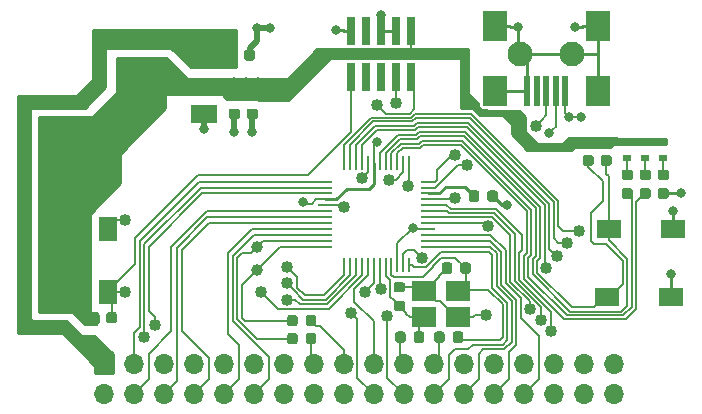
<source format=gtl>
G04 #@! TF.GenerationSoftware,KiCad,Pcbnew,(5.0.0)*
G04 #@! TF.CreationDate,2018-09-15T00:01:03-04:00*
G04 #@! TF.ProjectId,EFMPod,45464D506F642E6B696361645F706362,rev?*
G04 #@! TF.SameCoordinates,Original*
G04 #@! TF.FileFunction,Copper,L1,Top,Signal*
G04 #@! TF.FilePolarity,Positive*
%FSLAX46Y46*%
G04 Gerber Fmt 4.6, Leading zero omitted, Abs format (unit mm)*
G04 Created by KiCad (PCBNEW (5.0.0)) date 09/15/18 00:01:03*
%MOMM*%
%LPD*%
G01*
G04 APERTURE LIST*
G04 #@! TA.AperFunction,Conductor*
%ADD10C,0.100000*%
G04 #@! TD*
G04 #@! TA.AperFunction,SMDPad,CuDef*
%ADD11C,0.875000*%
G04 #@! TD*
G04 #@! TA.AperFunction,ComponentPad*
%ADD12R,1.700000X1.700000*%
G04 #@! TD*
G04 #@! TA.AperFunction,ComponentPad*
%ADD13O,1.700000X1.700000*%
G04 #@! TD*
G04 #@! TA.AperFunction,SMDPad,CuDef*
%ADD14R,1.600000X2.000000*%
G04 #@! TD*
G04 #@! TA.AperFunction,SMDPad,CuDef*
%ADD15R,2.000000X1.600000*%
G04 #@! TD*
G04 #@! TA.AperFunction,ComponentPad*
%ADD16C,1.000000*%
G04 #@! TD*
G04 #@! TA.AperFunction,SMDPad,CuDef*
%ADD17R,1.300000X0.250000*%
G04 #@! TD*
G04 #@! TA.AperFunction,SMDPad,CuDef*
%ADD18R,0.250000X1.300000*%
G04 #@! TD*
G04 #@! TA.AperFunction,SMDPad,CuDef*
%ADD19R,0.800000X0.600000*%
G04 #@! TD*
G04 #@! TA.AperFunction,SMDPad,CuDef*
%ADD20R,2.000000X2.500000*%
G04 #@! TD*
G04 #@! TA.AperFunction,SMDPad,CuDef*
%ADD21R,0.500000X2.500000*%
G04 #@! TD*
G04 #@! TA.AperFunction,ComponentPad*
%ADD22C,2.100000*%
G04 #@! TD*
G04 #@! TA.AperFunction,SMDPad,CuDef*
%ADD23R,2.200000X1.500000*%
G04 #@! TD*
G04 #@! TA.AperFunction,SMDPad,CuDef*
%ADD24R,2.200000X3.800000*%
G04 #@! TD*
G04 #@! TA.AperFunction,SMDPad,CuDef*
%ADD25R,0.740000X2.400000*%
G04 #@! TD*
G04 #@! TA.AperFunction,SMDPad,CuDef*
%ADD26R,2.100000X1.800000*%
G04 #@! TD*
G04 #@! TA.AperFunction,ViaPad*
%ADD27C,1.016000*%
G04 #@! TD*
G04 #@! TA.AperFunction,ViaPad*
%ADD28C,0.800000*%
G04 #@! TD*
G04 #@! TA.AperFunction,Conductor*
%ADD29C,0.152400*%
G04 #@! TD*
G04 #@! TA.AperFunction,Conductor*
%ADD30C,0.508000*%
G04 #@! TD*
G04 #@! TA.AperFunction,Conductor*
%ADD31C,0.254000*%
G04 #@! TD*
G04 APERTURE END LIST*
D10*
G04 #@! TO.N,VBUS*
G04 #@! TO.C,C2*
G36*
X145375691Y-71154053D02*
X145396926Y-71157203D01*
X145417750Y-71162419D01*
X145437962Y-71169651D01*
X145457368Y-71178830D01*
X145475781Y-71189866D01*
X145493024Y-71202654D01*
X145508930Y-71217070D01*
X145523346Y-71232976D01*
X145536134Y-71250219D01*
X145547170Y-71268632D01*
X145556349Y-71288038D01*
X145563581Y-71308250D01*
X145568797Y-71329074D01*
X145571947Y-71350309D01*
X145573000Y-71371750D01*
X145573000Y-71884250D01*
X145571947Y-71905691D01*
X145568797Y-71926926D01*
X145563581Y-71947750D01*
X145556349Y-71967962D01*
X145547170Y-71987368D01*
X145536134Y-72005781D01*
X145523346Y-72023024D01*
X145508930Y-72038930D01*
X145493024Y-72053346D01*
X145475781Y-72066134D01*
X145457368Y-72077170D01*
X145437962Y-72086349D01*
X145417750Y-72093581D01*
X145396926Y-72098797D01*
X145375691Y-72101947D01*
X145354250Y-72103000D01*
X144916750Y-72103000D01*
X144895309Y-72101947D01*
X144874074Y-72098797D01*
X144853250Y-72093581D01*
X144833038Y-72086349D01*
X144813632Y-72077170D01*
X144795219Y-72066134D01*
X144777976Y-72053346D01*
X144762070Y-72038930D01*
X144747654Y-72023024D01*
X144734866Y-72005781D01*
X144723830Y-71987368D01*
X144714651Y-71967962D01*
X144707419Y-71947750D01*
X144702203Y-71926926D01*
X144699053Y-71905691D01*
X144698000Y-71884250D01*
X144698000Y-71371750D01*
X144699053Y-71350309D01*
X144702203Y-71329074D01*
X144707419Y-71308250D01*
X144714651Y-71288038D01*
X144723830Y-71268632D01*
X144734866Y-71250219D01*
X144747654Y-71232976D01*
X144762070Y-71217070D01*
X144777976Y-71202654D01*
X144795219Y-71189866D01*
X144813632Y-71178830D01*
X144833038Y-71169651D01*
X144853250Y-71162419D01*
X144874074Y-71157203D01*
X144895309Y-71154053D01*
X144916750Y-71153000D01*
X145354250Y-71153000D01*
X145375691Y-71154053D01*
X145375691Y-71154053D01*
G37*
D11*
G04 #@! TD*
G04 #@! TO.P,C2,1*
G04 #@! TO.N,VBUS*
X145135500Y-71628000D03*
D10*
G04 #@! TO.N,GNDREF*
G04 #@! TO.C,C2*
G36*
X146950691Y-71154053D02*
X146971926Y-71157203D01*
X146992750Y-71162419D01*
X147012962Y-71169651D01*
X147032368Y-71178830D01*
X147050781Y-71189866D01*
X147068024Y-71202654D01*
X147083930Y-71217070D01*
X147098346Y-71232976D01*
X147111134Y-71250219D01*
X147122170Y-71268632D01*
X147131349Y-71288038D01*
X147138581Y-71308250D01*
X147143797Y-71329074D01*
X147146947Y-71350309D01*
X147148000Y-71371750D01*
X147148000Y-71884250D01*
X147146947Y-71905691D01*
X147143797Y-71926926D01*
X147138581Y-71947750D01*
X147131349Y-71967962D01*
X147122170Y-71987368D01*
X147111134Y-72005781D01*
X147098346Y-72023024D01*
X147083930Y-72038930D01*
X147068024Y-72053346D01*
X147050781Y-72066134D01*
X147032368Y-72077170D01*
X147012962Y-72086349D01*
X146992750Y-72093581D01*
X146971926Y-72098797D01*
X146950691Y-72101947D01*
X146929250Y-72103000D01*
X146491750Y-72103000D01*
X146470309Y-72101947D01*
X146449074Y-72098797D01*
X146428250Y-72093581D01*
X146408038Y-72086349D01*
X146388632Y-72077170D01*
X146370219Y-72066134D01*
X146352976Y-72053346D01*
X146337070Y-72038930D01*
X146322654Y-72023024D01*
X146309866Y-72005781D01*
X146298830Y-71987368D01*
X146289651Y-71967962D01*
X146282419Y-71947750D01*
X146277203Y-71926926D01*
X146274053Y-71905691D01*
X146273000Y-71884250D01*
X146273000Y-71371750D01*
X146274053Y-71350309D01*
X146277203Y-71329074D01*
X146282419Y-71308250D01*
X146289651Y-71288038D01*
X146298830Y-71268632D01*
X146309866Y-71250219D01*
X146322654Y-71232976D01*
X146337070Y-71217070D01*
X146352976Y-71202654D01*
X146370219Y-71189866D01*
X146388632Y-71178830D01*
X146408038Y-71169651D01*
X146428250Y-71162419D01*
X146449074Y-71157203D01*
X146470309Y-71154053D01*
X146491750Y-71153000D01*
X146929250Y-71153000D01*
X146950691Y-71154053D01*
X146950691Y-71154053D01*
G37*
D11*
G04 #@! TD*
G04 #@! TO.P,C2,2*
G04 #@! TO.N,GNDREF*
X146710500Y-71628000D03*
D10*
G04 #@! TO.N,GNDREF*
G04 #@! TO.C,C3*
G36*
X147216691Y-76170053D02*
X147237926Y-76173203D01*
X147258750Y-76178419D01*
X147278962Y-76185651D01*
X147298368Y-76194830D01*
X147316781Y-76205866D01*
X147334024Y-76218654D01*
X147349930Y-76233070D01*
X147364346Y-76248976D01*
X147377134Y-76266219D01*
X147388170Y-76284632D01*
X147397349Y-76304038D01*
X147404581Y-76324250D01*
X147409797Y-76345074D01*
X147412947Y-76366309D01*
X147414000Y-76387750D01*
X147414000Y-76825250D01*
X147412947Y-76846691D01*
X147409797Y-76867926D01*
X147404581Y-76888750D01*
X147397349Y-76908962D01*
X147388170Y-76928368D01*
X147377134Y-76946781D01*
X147364346Y-76964024D01*
X147349930Y-76979930D01*
X147334024Y-76994346D01*
X147316781Y-77007134D01*
X147298368Y-77018170D01*
X147278962Y-77027349D01*
X147258750Y-77034581D01*
X147237926Y-77039797D01*
X147216691Y-77042947D01*
X147195250Y-77044000D01*
X146682750Y-77044000D01*
X146661309Y-77042947D01*
X146640074Y-77039797D01*
X146619250Y-77034581D01*
X146599038Y-77027349D01*
X146579632Y-77018170D01*
X146561219Y-77007134D01*
X146543976Y-76994346D01*
X146528070Y-76979930D01*
X146513654Y-76964024D01*
X146500866Y-76946781D01*
X146489830Y-76928368D01*
X146480651Y-76908962D01*
X146473419Y-76888750D01*
X146468203Y-76867926D01*
X146465053Y-76846691D01*
X146464000Y-76825250D01*
X146464000Y-76387750D01*
X146465053Y-76366309D01*
X146468203Y-76345074D01*
X146473419Y-76324250D01*
X146480651Y-76304038D01*
X146489830Y-76284632D01*
X146500866Y-76266219D01*
X146513654Y-76248976D01*
X146528070Y-76233070D01*
X146543976Y-76218654D01*
X146561219Y-76205866D01*
X146579632Y-76194830D01*
X146599038Y-76185651D01*
X146619250Y-76178419D01*
X146640074Y-76173203D01*
X146661309Y-76170053D01*
X146682750Y-76169000D01*
X147195250Y-76169000D01*
X147216691Y-76170053D01*
X147216691Y-76170053D01*
G37*
D11*
G04 #@! TD*
G04 #@! TO.P,C3,2*
G04 #@! TO.N,GNDREF*
X146939000Y-76606500D03*
D10*
G04 #@! TO.N,+3V3*
G04 #@! TO.C,C3*
G36*
X147216691Y-74595053D02*
X147237926Y-74598203D01*
X147258750Y-74603419D01*
X147278962Y-74610651D01*
X147298368Y-74619830D01*
X147316781Y-74630866D01*
X147334024Y-74643654D01*
X147349930Y-74658070D01*
X147364346Y-74673976D01*
X147377134Y-74691219D01*
X147388170Y-74709632D01*
X147397349Y-74729038D01*
X147404581Y-74749250D01*
X147409797Y-74770074D01*
X147412947Y-74791309D01*
X147414000Y-74812750D01*
X147414000Y-75250250D01*
X147412947Y-75271691D01*
X147409797Y-75292926D01*
X147404581Y-75313750D01*
X147397349Y-75333962D01*
X147388170Y-75353368D01*
X147377134Y-75371781D01*
X147364346Y-75389024D01*
X147349930Y-75404930D01*
X147334024Y-75419346D01*
X147316781Y-75432134D01*
X147298368Y-75443170D01*
X147278962Y-75452349D01*
X147258750Y-75459581D01*
X147237926Y-75464797D01*
X147216691Y-75467947D01*
X147195250Y-75469000D01*
X146682750Y-75469000D01*
X146661309Y-75467947D01*
X146640074Y-75464797D01*
X146619250Y-75459581D01*
X146599038Y-75452349D01*
X146579632Y-75443170D01*
X146561219Y-75432134D01*
X146543976Y-75419346D01*
X146528070Y-75404930D01*
X146513654Y-75389024D01*
X146500866Y-75371781D01*
X146489830Y-75353368D01*
X146480651Y-75333962D01*
X146473419Y-75313750D01*
X146468203Y-75292926D01*
X146465053Y-75271691D01*
X146464000Y-75250250D01*
X146464000Y-74812750D01*
X146465053Y-74791309D01*
X146468203Y-74770074D01*
X146473419Y-74749250D01*
X146480651Y-74729038D01*
X146489830Y-74709632D01*
X146500866Y-74691219D01*
X146513654Y-74673976D01*
X146528070Y-74658070D01*
X146543976Y-74643654D01*
X146561219Y-74630866D01*
X146579632Y-74619830D01*
X146599038Y-74610651D01*
X146619250Y-74603419D01*
X146640074Y-74598203D01*
X146661309Y-74595053D01*
X146682750Y-74594000D01*
X147195250Y-74594000D01*
X147216691Y-74595053D01*
X147216691Y-74595053D01*
G37*
D11*
G04 #@! TD*
G04 #@! TO.P,C3,1*
G04 #@! TO.N,+3V3*
X146939000Y-75031500D03*
D10*
G04 #@! TO.N,+3V3*
G04 #@! TO.C,C4*
G36*
X145692691Y-74595053D02*
X145713926Y-74598203D01*
X145734750Y-74603419D01*
X145754962Y-74610651D01*
X145774368Y-74619830D01*
X145792781Y-74630866D01*
X145810024Y-74643654D01*
X145825930Y-74658070D01*
X145840346Y-74673976D01*
X145853134Y-74691219D01*
X145864170Y-74709632D01*
X145873349Y-74729038D01*
X145880581Y-74749250D01*
X145885797Y-74770074D01*
X145888947Y-74791309D01*
X145890000Y-74812750D01*
X145890000Y-75250250D01*
X145888947Y-75271691D01*
X145885797Y-75292926D01*
X145880581Y-75313750D01*
X145873349Y-75333962D01*
X145864170Y-75353368D01*
X145853134Y-75371781D01*
X145840346Y-75389024D01*
X145825930Y-75404930D01*
X145810024Y-75419346D01*
X145792781Y-75432134D01*
X145774368Y-75443170D01*
X145754962Y-75452349D01*
X145734750Y-75459581D01*
X145713926Y-75464797D01*
X145692691Y-75467947D01*
X145671250Y-75469000D01*
X145158750Y-75469000D01*
X145137309Y-75467947D01*
X145116074Y-75464797D01*
X145095250Y-75459581D01*
X145075038Y-75452349D01*
X145055632Y-75443170D01*
X145037219Y-75432134D01*
X145019976Y-75419346D01*
X145004070Y-75404930D01*
X144989654Y-75389024D01*
X144976866Y-75371781D01*
X144965830Y-75353368D01*
X144956651Y-75333962D01*
X144949419Y-75313750D01*
X144944203Y-75292926D01*
X144941053Y-75271691D01*
X144940000Y-75250250D01*
X144940000Y-74812750D01*
X144941053Y-74791309D01*
X144944203Y-74770074D01*
X144949419Y-74749250D01*
X144956651Y-74729038D01*
X144965830Y-74709632D01*
X144976866Y-74691219D01*
X144989654Y-74673976D01*
X145004070Y-74658070D01*
X145019976Y-74643654D01*
X145037219Y-74630866D01*
X145055632Y-74619830D01*
X145075038Y-74610651D01*
X145095250Y-74603419D01*
X145116074Y-74598203D01*
X145137309Y-74595053D01*
X145158750Y-74594000D01*
X145671250Y-74594000D01*
X145692691Y-74595053D01*
X145692691Y-74595053D01*
G37*
D11*
G04 #@! TD*
G04 #@! TO.P,C4,1*
G04 #@! TO.N,+3V3*
X145415000Y-75031500D03*
D10*
G04 #@! TO.N,GNDREF*
G04 #@! TO.C,C4*
G36*
X145692691Y-76170053D02*
X145713926Y-76173203D01*
X145734750Y-76178419D01*
X145754962Y-76185651D01*
X145774368Y-76194830D01*
X145792781Y-76205866D01*
X145810024Y-76218654D01*
X145825930Y-76233070D01*
X145840346Y-76248976D01*
X145853134Y-76266219D01*
X145864170Y-76284632D01*
X145873349Y-76304038D01*
X145880581Y-76324250D01*
X145885797Y-76345074D01*
X145888947Y-76366309D01*
X145890000Y-76387750D01*
X145890000Y-76825250D01*
X145888947Y-76846691D01*
X145885797Y-76867926D01*
X145880581Y-76888750D01*
X145873349Y-76908962D01*
X145864170Y-76928368D01*
X145853134Y-76946781D01*
X145840346Y-76964024D01*
X145825930Y-76979930D01*
X145810024Y-76994346D01*
X145792781Y-77007134D01*
X145774368Y-77018170D01*
X145754962Y-77027349D01*
X145734750Y-77034581D01*
X145713926Y-77039797D01*
X145692691Y-77042947D01*
X145671250Y-77044000D01*
X145158750Y-77044000D01*
X145137309Y-77042947D01*
X145116074Y-77039797D01*
X145095250Y-77034581D01*
X145075038Y-77027349D01*
X145055632Y-77018170D01*
X145037219Y-77007134D01*
X145019976Y-76994346D01*
X145004070Y-76979930D01*
X144989654Y-76964024D01*
X144976866Y-76946781D01*
X144965830Y-76928368D01*
X144956651Y-76908962D01*
X144949419Y-76888750D01*
X144944203Y-76867926D01*
X144941053Y-76846691D01*
X144940000Y-76825250D01*
X144940000Y-76387750D01*
X144941053Y-76366309D01*
X144944203Y-76345074D01*
X144949419Y-76324250D01*
X144956651Y-76304038D01*
X144965830Y-76284632D01*
X144976866Y-76266219D01*
X144989654Y-76248976D01*
X145004070Y-76233070D01*
X145019976Y-76218654D01*
X145037219Y-76205866D01*
X145055632Y-76194830D01*
X145075038Y-76185651D01*
X145095250Y-76178419D01*
X145116074Y-76173203D01*
X145137309Y-76170053D01*
X145158750Y-76169000D01*
X145671250Y-76169000D01*
X145692691Y-76170053D01*
X145692691Y-76170053D01*
G37*
D11*
G04 #@! TD*
G04 #@! TO.P,C4,2*
G04 #@! TO.N,GNDREF*
X145415000Y-76606500D03*
D10*
G04 #@! TO.N,Net-(C15-Pad1)*
G04 #@! TO.C,C15*
G36*
X165949691Y-83092053D02*
X165970926Y-83095203D01*
X165991750Y-83100419D01*
X166011962Y-83107651D01*
X166031368Y-83116830D01*
X166049781Y-83127866D01*
X166067024Y-83140654D01*
X166082930Y-83155070D01*
X166097346Y-83170976D01*
X166110134Y-83188219D01*
X166121170Y-83206632D01*
X166130349Y-83226038D01*
X166137581Y-83246250D01*
X166142797Y-83267074D01*
X166145947Y-83288309D01*
X166147000Y-83309750D01*
X166147000Y-83822250D01*
X166145947Y-83843691D01*
X166142797Y-83864926D01*
X166137581Y-83885750D01*
X166130349Y-83905962D01*
X166121170Y-83925368D01*
X166110134Y-83943781D01*
X166097346Y-83961024D01*
X166082930Y-83976930D01*
X166067024Y-83991346D01*
X166049781Y-84004134D01*
X166031368Y-84015170D01*
X166011962Y-84024349D01*
X165991750Y-84031581D01*
X165970926Y-84036797D01*
X165949691Y-84039947D01*
X165928250Y-84041000D01*
X165490750Y-84041000D01*
X165469309Y-84039947D01*
X165448074Y-84036797D01*
X165427250Y-84031581D01*
X165407038Y-84024349D01*
X165387632Y-84015170D01*
X165369219Y-84004134D01*
X165351976Y-83991346D01*
X165336070Y-83976930D01*
X165321654Y-83961024D01*
X165308866Y-83943781D01*
X165297830Y-83925368D01*
X165288651Y-83905962D01*
X165281419Y-83885750D01*
X165276203Y-83864926D01*
X165273053Y-83843691D01*
X165272000Y-83822250D01*
X165272000Y-83309750D01*
X165273053Y-83288309D01*
X165276203Y-83267074D01*
X165281419Y-83246250D01*
X165288651Y-83226038D01*
X165297830Y-83206632D01*
X165308866Y-83188219D01*
X165321654Y-83170976D01*
X165336070Y-83155070D01*
X165351976Y-83140654D01*
X165369219Y-83127866D01*
X165387632Y-83116830D01*
X165407038Y-83107651D01*
X165427250Y-83100419D01*
X165448074Y-83095203D01*
X165469309Y-83092053D01*
X165490750Y-83091000D01*
X165928250Y-83091000D01*
X165949691Y-83092053D01*
X165949691Y-83092053D01*
G37*
D11*
G04 #@! TD*
G04 #@! TO.P,C15,1*
G04 #@! TO.N,Net-(C15-Pad1)*
X165709500Y-83566000D03*
D10*
G04 #@! TO.N,GNDREF*
G04 #@! TO.C,C15*
G36*
X167524691Y-83092053D02*
X167545926Y-83095203D01*
X167566750Y-83100419D01*
X167586962Y-83107651D01*
X167606368Y-83116830D01*
X167624781Y-83127866D01*
X167642024Y-83140654D01*
X167657930Y-83155070D01*
X167672346Y-83170976D01*
X167685134Y-83188219D01*
X167696170Y-83206632D01*
X167705349Y-83226038D01*
X167712581Y-83246250D01*
X167717797Y-83267074D01*
X167720947Y-83288309D01*
X167722000Y-83309750D01*
X167722000Y-83822250D01*
X167720947Y-83843691D01*
X167717797Y-83864926D01*
X167712581Y-83885750D01*
X167705349Y-83905962D01*
X167696170Y-83925368D01*
X167685134Y-83943781D01*
X167672346Y-83961024D01*
X167657930Y-83976930D01*
X167642024Y-83991346D01*
X167624781Y-84004134D01*
X167606368Y-84015170D01*
X167586962Y-84024349D01*
X167566750Y-84031581D01*
X167545926Y-84036797D01*
X167524691Y-84039947D01*
X167503250Y-84041000D01*
X167065750Y-84041000D01*
X167044309Y-84039947D01*
X167023074Y-84036797D01*
X167002250Y-84031581D01*
X166982038Y-84024349D01*
X166962632Y-84015170D01*
X166944219Y-84004134D01*
X166926976Y-83991346D01*
X166911070Y-83976930D01*
X166896654Y-83961024D01*
X166883866Y-83943781D01*
X166872830Y-83925368D01*
X166863651Y-83905962D01*
X166856419Y-83885750D01*
X166851203Y-83864926D01*
X166848053Y-83843691D01*
X166847000Y-83822250D01*
X166847000Y-83309750D01*
X166848053Y-83288309D01*
X166851203Y-83267074D01*
X166856419Y-83246250D01*
X166863651Y-83226038D01*
X166872830Y-83206632D01*
X166883866Y-83188219D01*
X166896654Y-83170976D01*
X166911070Y-83155070D01*
X166926976Y-83140654D01*
X166944219Y-83127866D01*
X166962632Y-83116830D01*
X166982038Y-83107651D01*
X167002250Y-83100419D01*
X167023074Y-83095203D01*
X167044309Y-83092053D01*
X167065750Y-83091000D01*
X167503250Y-83091000D01*
X167524691Y-83092053D01*
X167524691Y-83092053D01*
G37*
D11*
G04 #@! TD*
G04 #@! TO.P,C15,2*
G04 #@! TO.N,GNDREF*
X167284500Y-83566000D03*
D10*
G04 #@! TO.N,GNDREF*
G04 #@! TO.C,C16*
G36*
X163663691Y-89188053D02*
X163684926Y-89191203D01*
X163705750Y-89196419D01*
X163725962Y-89203651D01*
X163745368Y-89212830D01*
X163763781Y-89223866D01*
X163781024Y-89236654D01*
X163796930Y-89251070D01*
X163811346Y-89266976D01*
X163824134Y-89284219D01*
X163835170Y-89302632D01*
X163844349Y-89322038D01*
X163851581Y-89342250D01*
X163856797Y-89363074D01*
X163859947Y-89384309D01*
X163861000Y-89405750D01*
X163861000Y-89918250D01*
X163859947Y-89939691D01*
X163856797Y-89960926D01*
X163851581Y-89981750D01*
X163844349Y-90001962D01*
X163835170Y-90021368D01*
X163824134Y-90039781D01*
X163811346Y-90057024D01*
X163796930Y-90072930D01*
X163781024Y-90087346D01*
X163763781Y-90100134D01*
X163745368Y-90111170D01*
X163725962Y-90120349D01*
X163705750Y-90127581D01*
X163684926Y-90132797D01*
X163663691Y-90135947D01*
X163642250Y-90137000D01*
X163204750Y-90137000D01*
X163183309Y-90135947D01*
X163162074Y-90132797D01*
X163141250Y-90127581D01*
X163121038Y-90120349D01*
X163101632Y-90111170D01*
X163083219Y-90100134D01*
X163065976Y-90087346D01*
X163050070Y-90072930D01*
X163035654Y-90057024D01*
X163022866Y-90039781D01*
X163011830Y-90021368D01*
X163002651Y-90001962D01*
X162995419Y-89981750D01*
X162990203Y-89960926D01*
X162987053Y-89939691D01*
X162986000Y-89918250D01*
X162986000Y-89405750D01*
X162987053Y-89384309D01*
X162990203Y-89363074D01*
X162995419Y-89342250D01*
X163002651Y-89322038D01*
X163011830Y-89302632D01*
X163022866Y-89284219D01*
X163035654Y-89266976D01*
X163050070Y-89251070D01*
X163065976Y-89236654D01*
X163083219Y-89223866D01*
X163101632Y-89212830D01*
X163121038Y-89203651D01*
X163141250Y-89196419D01*
X163162074Y-89191203D01*
X163183309Y-89188053D01*
X163204750Y-89187000D01*
X163642250Y-89187000D01*
X163663691Y-89188053D01*
X163663691Y-89188053D01*
G37*
D11*
G04 #@! TD*
G04 #@! TO.P,C16,2*
G04 #@! TO.N,GNDREF*
X163423500Y-89662000D03*
D10*
G04 #@! TO.N,/XTALM*
G04 #@! TO.C,C16*
G36*
X165238691Y-89188053D02*
X165259926Y-89191203D01*
X165280750Y-89196419D01*
X165300962Y-89203651D01*
X165320368Y-89212830D01*
X165338781Y-89223866D01*
X165356024Y-89236654D01*
X165371930Y-89251070D01*
X165386346Y-89266976D01*
X165399134Y-89284219D01*
X165410170Y-89302632D01*
X165419349Y-89322038D01*
X165426581Y-89342250D01*
X165431797Y-89363074D01*
X165434947Y-89384309D01*
X165436000Y-89405750D01*
X165436000Y-89918250D01*
X165434947Y-89939691D01*
X165431797Y-89960926D01*
X165426581Y-89981750D01*
X165419349Y-90001962D01*
X165410170Y-90021368D01*
X165399134Y-90039781D01*
X165386346Y-90057024D01*
X165371930Y-90072930D01*
X165356024Y-90087346D01*
X165338781Y-90100134D01*
X165320368Y-90111170D01*
X165300962Y-90120349D01*
X165280750Y-90127581D01*
X165259926Y-90132797D01*
X165238691Y-90135947D01*
X165217250Y-90137000D01*
X164779750Y-90137000D01*
X164758309Y-90135947D01*
X164737074Y-90132797D01*
X164716250Y-90127581D01*
X164696038Y-90120349D01*
X164676632Y-90111170D01*
X164658219Y-90100134D01*
X164640976Y-90087346D01*
X164625070Y-90072930D01*
X164610654Y-90057024D01*
X164597866Y-90039781D01*
X164586830Y-90021368D01*
X164577651Y-90001962D01*
X164570419Y-89981750D01*
X164565203Y-89960926D01*
X164562053Y-89939691D01*
X164561000Y-89918250D01*
X164561000Y-89405750D01*
X164562053Y-89384309D01*
X164565203Y-89363074D01*
X164570419Y-89342250D01*
X164577651Y-89322038D01*
X164586830Y-89302632D01*
X164597866Y-89284219D01*
X164610654Y-89266976D01*
X164625070Y-89251070D01*
X164640976Y-89236654D01*
X164658219Y-89223866D01*
X164676632Y-89212830D01*
X164696038Y-89203651D01*
X164716250Y-89196419D01*
X164737074Y-89191203D01*
X164758309Y-89188053D01*
X164779750Y-89187000D01*
X165217250Y-89187000D01*
X165238691Y-89188053D01*
X165238691Y-89188053D01*
G37*
D11*
G04 #@! TD*
G04 #@! TO.P,C16,1*
G04 #@! TO.N,/XTALM*
X164998500Y-89662000D03*
D10*
G04 #@! TO.N,/XTALP*
G04 #@! TO.C,C18*
G36*
X159662691Y-92426053D02*
X159683926Y-92429203D01*
X159704750Y-92434419D01*
X159724962Y-92441651D01*
X159744368Y-92450830D01*
X159762781Y-92461866D01*
X159780024Y-92474654D01*
X159795930Y-92489070D01*
X159810346Y-92504976D01*
X159823134Y-92522219D01*
X159834170Y-92540632D01*
X159843349Y-92560038D01*
X159850581Y-92580250D01*
X159855797Y-92601074D01*
X159858947Y-92622309D01*
X159860000Y-92643750D01*
X159860000Y-93081250D01*
X159858947Y-93102691D01*
X159855797Y-93123926D01*
X159850581Y-93144750D01*
X159843349Y-93164962D01*
X159834170Y-93184368D01*
X159823134Y-93202781D01*
X159810346Y-93220024D01*
X159795930Y-93235930D01*
X159780024Y-93250346D01*
X159762781Y-93263134D01*
X159744368Y-93274170D01*
X159724962Y-93283349D01*
X159704750Y-93290581D01*
X159683926Y-93295797D01*
X159662691Y-93298947D01*
X159641250Y-93300000D01*
X159128750Y-93300000D01*
X159107309Y-93298947D01*
X159086074Y-93295797D01*
X159065250Y-93290581D01*
X159045038Y-93283349D01*
X159025632Y-93274170D01*
X159007219Y-93263134D01*
X158989976Y-93250346D01*
X158974070Y-93235930D01*
X158959654Y-93220024D01*
X158946866Y-93202781D01*
X158935830Y-93184368D01*
X158926651Y-93164962D01*
X158919419Y-93144750D01*
X158914203Y-93123926D01*
X158911053Y-93102691D01*
X158910000Y-93081250D01*
X158910000Y-92643750D01*
X158911053Y-92622309D01*
X158914203Y-92601074D01*
X158919419Y-92580250D01*
X158926651Y-92560038D01*
X158935830Y-92540632D01*
X158946866Y-92522219D01*
X158959654Y-92504976D01*
X158974070Y-92489070D01*
X158989976Y-92474654D01*
X159007219Y-92461866D01*
X159025632Y-92450830D01*
X159045038Y-92441651D01*
X159065250Y-92434419D01*
X159086074Y-92429203D01*
X159107309Y-92426053D01*
X159128750Y-92425000D01*
X159641250Y-92425000D01*
X159662691Y-92426053D01*
X159662691Y-92426053D01*
G37*
D11*
G04 #@! TD*
G04 #@! TO.P,C18,1*
G04 #@! TO.N,/XTALP*
X159385000Y-92862500D03*
D10*
G04 #@! TO.N,GNDREF*
G04 #@! TO.C,C18*
G36*
X159662691Y-90851053D02*
X159683926Y-90854203D01*
X159704750Y-90859419D01*
X159724962Y-90866651D01*
X159744368Y-90875830D01*
X159762781Y-90886866D01*
X159780024Y-90899654D01*
X159795930Y-90914070D01*
X159810346Y-90929976D01*
X159823134Y-90947219D01*
X159834170Y-90965632D01*
X159843349Y-90985038D01*
X159850581Y-91005250D01*
X159855797Y-91026074D01*
X159858947Y-91047309D01*
X159860000Y-91068750D01*
X159860000Y-91506250D01*
X159858947Y-91527691D01*
X159855797Y-91548926D01*
X159850581Y-91569750D01*
X159843349Y-91589962D01*
X159834170Y-91609368D01*
X159823134Y-91627781D01*
X159810346Y-91645024D01*
X159795930Y-91660930D01*
X159780024Y-91675346D01*
X159762781Y-91688134D01*
X159744368Y-91699170D01*
X159724962Y-91708349D01*
X159704750Y-91715581D01*
X159683926Y-91720797D01*
X159662691Y-91723947D01*
X159641250Y-91725000D01*
X159128750Y-91725000D01*
X159107309Y-91723947D01*
X159086074Y-91720797D01*
X159065250Y-91715581D01*
X159045038Y-91708349D01*
X159025632Y-91699170D01*
X159007219Y-91688134D01*
X158989976Y-91675346D01*
X158974070Y-91660930D01*
X158959654Y-91645024D01*
X158946866Y-91627781D01*
X158935830Y-91609368D01*
X158926651Y-91589962D01*
X158919419Y-91569750D01*
X158914203Y-91548926D01*
X158911053Y-91527691D01*
X158910000Y-91506250D01*
X158910000Y-91068750D01*
X158911053Y-91047309D01*
X158914203Y-91026074D01*
X158919419Y-91005250D01*
X158926651Y-90985038D01*
X158935830Y-90965632D01*
X158946866Y-90947219D01*
X158959654Y-90929976D01*
X158974070Y-90914070D01*
X158989976Y-90899654D01*
X159007219Y-90886866D01*
X159025632Y-90875830D01*
X159045038Y-90866651D01*
X159065250Y-90859419D01*
X159086074Y-90854203D01*
X159107309Y-90851053D01*
X159128750Y-90850000D01*
X159641250Y-90850000D01*
X159662691Y-90851053D01*
X159662691Y-90851053D01*
G37*
D11*
G04 #@! TD*
G04 #@! TO.P,C18,2*
G04 #@! TO.N,GNDREF*
X159385000Y-91287500D03*
D12*
G04 #@! TO.P,J3,1*
G04 #@! TO.N,VBUS*
X134366000Y-97790000D03*
D13*
G04 #@! TO.P,J3,2*
G04 #@! TO.N,+3V3*
X134366000Y-100330000D03*
G04 #@! TO.P,J3,3*
G04 #@! TO.N,/PA0*
X136906000Y-97790000D03*
G04 #@! TO.P,J3,4*
G04 #@! TO.N,/PC0*
X136906000Y-100330000D03*
G04 #@! TO.P,J3,5*
G04 #@! TO.N,/PA1*
X139446000Y-97790000D03*
G04 #@! TO.P,J3,6*
G04 #@! TO.N,/PC1*
X139446000Y-100330000D03*
G04 #@! TO.P,J3,7*
G04 #@! TO.N,/PA2*
X141986000Y-97790000D03*
G04 #@! TO.P,J3,8*
G04 #@! TO.N,/PC2*
X141986000Y-100330000D03*
G04 #@! TO.P,J3,9*
G04 #@! TO.N,/PA8*
X144526000Y-97790000D03*
G04 #@! TO.P,J3,10*
G04 #@! TO.N,/PC3*
X144526000Y-100330000D03*
G04 #@! TO.P,J3,11*
G04 #@! TO.N,/PA9*
X147066000Y-97790000D03*
G04 #@! TO.P,J3,12*
G04 #@! TO.N,/PC4*
X147066000Y-100330000D03*
G04 #@! TO.P,J3,13*
G04 #@! TO.N,/PA10*
X149606000Y-97790000D03*
G04 #@! TO.P,J3,14*
G04 #@! TO.N,/PC8*
X149606000Y-100330000D03*
G04 #@! TO.P,J3,15*
G04 #@! TO.N,/PB7*
X152146000Y-97790000D03*
G04 #@! TO.P,J3,16*
G04 #@! TO.N,/PC9*
X152146000Y-100330000D03*
G04 #@! TO.P,J3,17*
G04 #@! TO.N,/PB8*
X154686000Y-97790000D03*
G04 #@! TO.P,J3,18*
G04 #@! TO.N,/PC10*
X154686000Y-100330000D03*
G04 #@! TO.P,J3,19*
G04 #@! TO.N,/PB11*
X157226000Y-97790000D03*
G04 #@! TO.P,J3,20*
G04 #@! TO.N,/PC14*
X157226000Y-100330000D03*
G04 #@! TO.P,J3,21*
G04 #@! TO.N,/PB13*
X159766000Y-97790000D03*
G04 #@! TO.P,J3,22*
G04 #@! TO.N,/PC15*
X159766000Y-100330000D03*
G04 #@! TO.P,J3,23*
G04 #@! TO.N,/PB14*
X162306000Y-97790000D03*
G04 #@! TO.P,J3,24*
G04 #@! TO.N,/PD4*
X162306000Y-100330000D03*
G04 #@! TO.P,J3,25*
G04 #@! TO.N,/PE10*
X164846000Y-97790000D03*
G04 #@! TO.P,J3,26*
G04 #@! TO.N,/PD5*
X164846000Y-100330000D03*
G04 #@! TO.P,J3,27*
G04 #@! TO.N,/PE11*
X167386000Y-97790000D03*
G04 #@! TO.P,J3,28*
G04 #@! TO.N,/PD6*
X167386000Y-100330000D03*
G04 #@! TO.P,J3,29*
G04 #@! TO.N,/PE12*
X169926000Y-97790000D03*
G04 #@! TO.P,J3,30*
G04 #@! TO.N,/PD7*
X169926000Y-100330000D03*
G04 #@! TO.P,J3,31*
G04 #@! TO.N,/PE13*
X172466000Y-97790000D03*
G04 #@! TO.P,J3,32*
G04 #@! TO.N,/PF4*
X172466000Y-100330000D03*
G04 #@! TO.P,J3,33*
G04 #@! TO.N,/PF2*
X175006000Y-97790000D03*
G04 #@! TO.P,J3,34*
G04 #@! TO.N,/PF5*
X175006000Y-100330000D03*
G04 #@! TO.P,J3,35*
G04 #@! TO.N,/PF3*
X177546000Y-97790000D03*
G04 #@! TO.P,J3,36*
G04 #@! TO.N,GNDREF*
X177546000Y-100330000D03*
G04 #@! TD*
D10*
G04 #@! TO.N,/~EFM_RESET*
G04 #@! TO.C,R1*
G36*
X135266691Y-93379053D02*
X135287926Y-93382203D01*
X135308750Y-93387419D01*
X135328962Y-93394651D01*
X135348368Y-93403830D01*
X135366781Y-93414866D01*
X135384024Y-93427654D01*
X135399930Y-93442070D01*
X135414346Y-93457976D01*
X135427134Y-93475219D01*
X135438170Y-93493632D01*
X135447349Y-93513038D01*
X135454581Y-93533250D01*
X135459797Y-93554074D01*
X135462947Y-93575309D01*
X135464000Y-93596750D01*
X135464000Y-94109250D01*
X135462947Y-94130691D01*
X135459797Y-94151926D01*
X135454581Y-94172750D01*
X135447349Y-94192962D01*
X135438170Y-94212368D01*
X135427134Y-94230781D01*
X135414346Y-94248024D01*
X135399930Y-94263930D01*
X135384024Y-94278346D01*
X135366781Y-94291134D01*
X135348368Y-94302170D01*
X135328962Y-94311349D01*
X135308750Y-94318581D01*
X135287926Y-94323797D01*
X135266691Y-94326947D01*
X135245250Y-94328000D01*
X134807750Y-94328000D01*
X134786309Y-94326947D01*
X134765074Y-94323797D01*
X134744250Y-94318581D01*
X134724038Y-94311349D01*
X134704632Y-94302170D01*
X134686219Y-94291134D01*
X134668976Y-94278346D01*
X134653070Y-94263930D01*
X134638654Y-94248024D01*
X134625866Y-94230781D01*
X134614830Y-94212368D01*
X134605651Y-94192962D01*
X134598419Y-94172750D01*
X134593203Y-94151926D01*
X134590053Y-94130691D01*
X134589000Y-94109250D01*
X134589000Y-93596750D01*
X134590053Y-93575309D01*
X134593203Y-93554074D01*
X134598419Y-93533250D01*
X134605651Y-93513038D01*
X134614830Y-93493632D01*
X134625866Y-93475219D01*
X134638654Y-93457976D01*
X134653070Y-93442070D01*
X134668976Y-93427654D01*
X134686219Y-93414866D01*
X134704632Y-93403830D01*
X134724038Y-93394651D01*
X134744250Y-93387419D01*
X134765074Y-93382203D01*
X134786309Y-93379053D01*
X134807750Y-93378000D01*
X135245250Y-93378000D01*
X135266691Y-93379053D01*
X135266691Y-93379053D01*
G37*
D11*
G04 #@! TD*
G04 #@! TO.P,R1,2*
G04 #@! TO.N,/~EFM_RESET*
X135026500Y-93853000D03*
D10*
G04 #@! TO.N,+3V3*
G04 #@! TO.C,R1*
G36*
X133691691Y-93379053D02*
X133712926Y-93382203D01*
X133733750Y-93387419D01*
X133753962Y-93394651D01*
X133773368Y-93403830D01*
X133791781Y-93414866D01*
X133809024Y-93427654D01*
X133824930Y-93442070D01*
X133839346Y-93457976D01*
X133852134Y-93475219D01*
X133863170Y-93493632D01*
X133872349Y-93513038D01*
X133879581Y-93533250D01*
X133884797Y-93554074D01*
X133887947Y-93575309D01*
X133889000Y-93596750D01*
X133889000Y-94109250D01*
X133887947Y-94130691D01*
X133884797Y-94151926D01*
X133879581Y-94172750D01*
X133872349Y-94192962D01*
X133863170Y-94212368D01*
X133852134Y-94230781D01*
X133839346Y-94248024D01*
X133824930Y-94263930D01*
X133809024Y-94278346D01*
X133791781Y-94291134D01*
X133773368Y-94302170D01*
X133753962Y-94311349D01*
X133733750Y-94318581D01*
X133712926Y-94323797D01*
X133691691Y-94326947D01*
X133670250Y-94328000D01*
X133232750Y-94328000D01*
X133211309Y-94326947D01*
X133190074Y-94323797D01*
X133169250Y-94318581D01*
X133149038Y-94311349D01*
X133129632Y-94302170D01*
X133111219Y-94291134D01*
X133093976Y-94278346D01*
X133078070Y-94263930D01*
X133063654Y-94248024D01*
X133050866Y-94230781D01*
X133039830Y-94212368D01*
X133030651Y-94192962D01*
X133023419Y-94172750D01*
X133018203Y-94151926D01*
X133015053Y-94130691D01*
X133014000Y-94109250D01*
X133014000Y-93596750D01*
X133015053Y-93575309D01*
X133018203Y-93554074D01*
X133023419Y-93533250D01*
X133030651Y-93513038D01*
X133039830Y-93493632D01*
X133050866Y-93475219D01*
X133063654Y-93457976D01*
X133078070Y-93442070D01*
X133093976Y-93427654D01*
X133111219Y-93414866D01*
X133129632Y-93403830D01*
X133149038Y-93394651D01*
X133169250Y-93387419D01*
X133190074Y-93382203D01*
X133211309Y-93379053D01*
X133232750Y-93378000D01*
X133670250Y-93378000D01*
X133691691Y-93379053D01*
X133691691Y-93379053D01*
G37*
D11*
G04 #@! TD*
G04 #@! TO.P,R1,1*
G04 #@! TO.N,+3V3*
X133451500Y-93853000D03*
D10*
G04 #@! TO.N,/PB13*
G04 #@! TO.C,R6*
G36*
X159726691Y-95030053D02*
X159747926Y-95033203D01*
X159768750Y-95038419D01*
X159788962Y-95045651D01*
X159808368Y-95054830D01*
X159826781Y-95065866D01*
X159844024Y-95078654D01*
X159859930Y-95093070D01*
X159874346Y-95108976D01*
X159887134Y-95126219D01*
X159898170Y-95144632D01*
X159907349Y-95164038D01*
X159914581Y-95184250D01*
X159919797Y-95205074D01*
X159922947Y-95226309D01*
X159924000Y-95247750D01*
X159924000Y-95760250D01*
X159922947Y-95781691D01*
X159919797Y-95802926D01*
X159914581Y-95823750D01*
X159907349Y-95843962D01*
X159898170Y-95863368D01*
X159887134Y-95881781D01*
X159874346Y-95899024D01*
X159859930Y-95914930D01*
X159844024Y-95929346D01*
X159826781Y-95942134D01*
X159808368Y-95953170D01*
X159788962Y-95962349D01*
X159768750Y-95969581D01*
X159747926Y-95974797D01*
X159726691Y-95977947D01*
X159705250Y-95979000D01*
X159267750Y-95979000D01*
X159246309Y-95977947D01*
X159225074Y-95974797D01*
X159204250Y-95969581D01*
X159184038Y-95962349D01*
X159164632Y-95953170D01*
X159146219Y-95942134D01*
X159128976Y-95929346D01*
X159113070Y-95914930D01*
X159098654Y-95899024D01*
X159085866Y-95881781D01*
X159074830Y-95863368D01*
X159065651Y-95843962D01*
X159058419Y-95823750D01*
X159053203Y-95802926D01*
X159050053Y-95781691D01*
X159049000Y-95760250D01*
X159049000Y-95247750D01*
X159050053Y-95226309D01*
X159053203Y-95205074D01*
X159058419Y-95184250D01*
X159065651Y-95164038D01*
X159074830Y-95144632D01*
X159085866Y-95126219D01*
X159098654Y-95108976D01*
X159113070Y-95093070D01*
X159128976Y-95078654D01*
X159146219Y-95065866D01*
X159164632Y-95054830D01*
X159184038Y-95045651D01*
X159204250Y-95038419D01*
X159225074Y-95033203D01*
X159246309Y-95030053D01*
X159267750Y-95029000D01*
X159705250Y-95029000D01*
X159726691Y-95030053D01*
X159726691Y-95030053D01*
G37*
D11*
G04 #@! TD*
G04 #@! TO.P,R6,1*
G04 #@! TO.N,/PB13*
X159486500Y-95504000D03*
D10*
G04 #@! TO.N,/XTALP*
G04 #@! TO.C,R6*
G36*
X161301691Y-95030053D02*
X161322926Y-95033203D01*
X161343750Y-95038419D01*
X161363962Y-95045651D01*
X161383368Y-95054830D01*
X161401781Y-95065866D01*
X161419024Y-95078654D01*
X161434930Y-95093070D01*
X161449346Y-95108976D01*
X161462134Y-95126219D01*
X161473170Y-95144632D01*
X161482349Y-95164038D01*
X161489581Y-95184250D01*
X161494797Y-95205074D01*
X161497947Y-95226309D01*
X161499000Y-95247750D01*
X161499000Y-95760250D01*
X161497947Y-95781691D01*
X161494797Y-95802926D01*
X161489581Y-95823750D01*
X161482349Y-95843962D01*
X161473170Y-95863368D01*
X161462134Y-95881781D01*
X161449346Y-95899024D01*
X161434930Y-95914930D01*
X161419024Y-95929346D01*
X161401781Y-95942134D01*
X161383368Y-95953170D01*
X161363962Y-95962349D01*
X161343750Y-95969581D01*
X161322926Y-95974797D01*
X161301691Y-95977947D01*
X161280250Y-95979000D01*
X160842750Y-95979000D01*
X160821309Y-95977947D01*
X160800074Y-95974797D01*
X160779250Y-95969581D01*
X160759038Y-95962349D01*
X160739632Y-95953170D01*
X160721219Y-95942134D01*
X160703976Y-95929346D01*
X160688070Y-95914930D01*
X160673654Y-95899024D01*
X160660866Y-95881781D01*
X160649830Y-95863368D01*
X160640651Y-95843962D01*
X160633419Y-95823750D01*
X160628203Y-95802926D01*
X160625053Y-95781691D01*
X160624000Y-95760250D01*
X160624000Y-95247750D01*
X160625053Y-95226309D01*
X160628203Y-95205074D01*
X160633419Y-95184250D01*
X160640651Y-95164038D01*
X160649830Y-95144632D01*
X160660866Y-95126219D01*
X160673654Y-95108976D01*
X160688070Y-95093070D01*
X160703976Y-95078654D01*
X160721219Y-95065866D01*
X160739632Y-95054830D01*
X160759038Y-95045651D01*
X160779250Y-95038419D01*
X160800074Y-95033203D01*
X160821309Y-95030053D01*
X160842750Y-95029000D01*
X161280250Y-95029000D01*
X161301691Y-95030053D01*
X161301691Y-95030053D01*
G37*
D11*
G04 #@! TD*
G04 #@! TO.P,R6,2*
G04 #@! TO.N,/XTALP*
X161061500Y-95504000D03*
D10*
G04 #@! TO.N,/XTALM*
G04 #@! TO.C,R7*
G36*
X164603691Y-95030053D02*
X164624926Y-95033203D01*
X164645750Y-95038419D01*
X164665962Y-95045651D01*
X164685368Y-95054830D01*
X164703781Y-95065866D01*
X164721024Y-95078654D01*
X164736930Y-95093070D01*
X164751346Y-95108976D01*
X164764134Y-95126219D01*
X164775170Y-95144632D01*
X164784349Y-95164038D01*
X164791581Y-95184250D01*
X164796797Y-95205074D01*
X164799947Y-95226309D01*
X164801000Y-95247750D01*
X164801000Y-95760250D01*
X164799947Y-95781691D01*
X164796797Y-95802926D01*
X164791581Y-95823750D01*
X164784349Y-95843962D01*
X164775170Y-95863368D01*
X164764134Y-95881781D01*
X164751346Y-95899024D01*
X164736930Y-95914930D01*
X164721024Y-95929346D01*
X164703781Y-95942134D01*
X164685368Y-95953170D01*
X164665962Y-95962349D01*
X164645750Y-95969581D01*
X164624926Y-95974797D01*
X164603691Y-95977947D01*
X164582250Y-95979000D01*
X164144750Y-95979000D01*
X164123309Y-95977947D01*
X164102074Y-95974797D01*
X164081250Y-95969581D01*
X164061038Y-95962349D01*
X164041632Y-95953170D01*
X164023219Y-95942134D01*
X164005976Y-95929346D01*
X163990070Y-95914930D01*
X163975654Y-95899024D01*
X163962866Y-95881781D01*
X163951830Y-95863368D01*
X163942651Y-95843962D01*
X163935419Y-95823750D01*
X163930203Y-95802926D01*
X163927053Y-95781691D01*
X163926000Y-95760250D01*
X163926000Y-95247750D01*
X163927053Y-95226309D01*
X163930203Y-95205074D01*
X163935419Y-95184250D01*
X163942651Y-95164038D01*
X163951830Y-95144632D01*
X163962866Y-95126219D01*
X163975654Y-95108976D01*
X163990070Y-95093070D01*
X164005976Y-95078654D01*
X164023219Y-95065866D01*
X164041632Y-95054830D01*
X164061038Y-95045651D01*
X164081250Y-95038419D01*
X164102074Y-95033203D01*
X164123309Y-95030053D01*
X164144750Y-95029000D01*
X164582250Y-95029000D01*
X164603691Y-95030053D01*
X164603691Y-95030053D01*
G37*
D11*
G04 #@! TD*
G04 #@! TO.P,R7,2*
G04 #@! TO.N,/XTALM*
X164363500Y-95504000D03*
D10*
G04 #@! TO.N,/PB14*
G04 #@! TO.C,R7*
G36*
X163028691Y-95030053D02*
X163049926Y-95033203D01*
X163070750Y-95038419D01*
X163090962Y-95045651D01*
X163110368Y-95054830D01*
X163128781Y-95065866D01*
X163146024Y-95078654D01*
X163161930Y-95093070D01*
X163176346Y-95108976D01*
X163189134Y-95126219D01*
X163200170Y-95144632D01*
X163209349Y-95164038D01*
X163216581Y-95184250D01*
X163221797Y-95205074D01*
X163224947Y-95226309D01*
X163226000Y-95247750D01*
X163226000Y-95760250D01*
X163224947Y-95781691D01*
X163221797Y-95802926D01*
X163216581Y-95823750D01*
X163209349Y-95843962D01*
X163200170Y-95863368D01*
X163189134Y-95881781D01*
X163176346Y-95899024D01*
X163161930Y-95914930D01*
X163146024Y-95929346D01*
X163128781Y-95942134D01*
X163110368Y-95953170D01*
X163090962Y-95962349D01*
X163070750Y-95969581D01*
X163049926Y-95974797D01*
X163028691Y-95977947D01*
X163007250Y-95979000D01*
X162569750Y-95979000D01*
X162548309Y-95977947D01*
X162527074Y-95974797D01*
X162506250Y-95969581D01*
X162486038Y-95962349D01*
X162466632Y-95953170D01*
X162448219Y-95942134D01*
X162430976Y-95929346D01*
X162415070Y-95914930D01*
X162400654Y-95899024D01*
X162387866Y-95881781D01*
X162376830Y-95863368D01*
X162367651Y-95843962D01*
X162360419Y-95823750D01*
X162355203Y-95802926D01*
X162352053Y-95781691D01*
X162351000Y-95760250D01*
X162351000Y-95247750D01*
X162352053Y-95226309D01*
X162355203Y-95205074D01*
X162360419Y-95184250D01*
X162367651Y-95164038D01*
X162376830Y-95144632D01*
X162387866Y-95126219D01*
X162400654Y-95108976D01*
X162415070Y-95093070D01*
X162430976Y-95078654D01*
X162448219Y-95065866D01*
X162466632Y-95054830D01*
X162486038Y-95045651D01*
X162506250Y-95038419D01*
X162527074Y-95033203D01*
X162548309Y-95030053D01*
X162569750Y-95029000D01*
X163007250Y-95029000D01*
X163028691Y-95030053D01*
X163028691Y-95030053D01*
G37*
D11*
G04 #@! TD*
G04 #@! TO.P,R7,1*
G04 #@! TO.N,/PB14*
X162788500Y-95504000D03*
D10*
G04 #@! TO.N,/PB7*
G04 #@! TO.C,R8*
G36*
X152157691Y-95157053D02*
X152178926Y-95160203D01*
X152199750Y-95165419D01*
X152219962Y-95172651D01*
X152239368Y-95181830D01*
X152257781Y-95192866D01*
X152275024Y-95205654D01*
X152290930Y-95220070D01*
X152305346Y-95235976D01*
X152318134Y-95253219D01*
X152329170Y-95271632D01*
X152338349Y-95291038D01*
X152345581Y-95311250D01*
X152350797Y-95332074D01*
X152353947Y-95353309D01*
X152355000Y-95374750D01*
X152355000Y-95887250D01*
X152353947Y-95908691D01*
X152350797Y-95929926D01*
X152345581Y-95950750D01*
X152338349Y-95970962D01*
X152329170Y-95990368D01*
X152318134Y-96008781D01*
X152305346Y-96026024D01*
X152290930Y-96041930D01*
X152275024Y-96056346D01*
X152257781Y-96069134D01*
X152239368Y-96080170D01*
X152219962Y-96089349D01*
X152199750Y-96096581D01*
X152178926Y-96101797D01*
X152157691Y-96104947D01*
X152136250Y-96106000D01*
X151698750Y-96106000D01*
X151677309Y-96104947D01*
X151656074Y-96101797D01*
X151635250Y-96096581D01*
X151615038Y-96089349D01*
X151595632Y-96080170D01*
X151577219Y-96069134D01*
X151559976Y-96056346D01*
X151544070Y-96041930D01*
X151529654Y-96026024D01*
X151516866Y-96008781D01*
X151505830Y-95990368D01*
X151496651Y-95970962D01*
X151489419Y-95950750D01*
X151484203Y-95929926D01*
X151481053Y-95908691D01*
X151480000Y-95887250D01*
X151480000Y-95374750D01*
X151481053Y-95353309D01*
X151484203Y-95332074D01*
X151489419Y-95311250D01*
X151496651Y-95291038D01*
X151505830Y-95271632D01*
X151516866Y-95253219D01*
X151529654Y-95235976D01*
X151544070Y-95220070D01*
X151559976Y-95205654D01*
X151577219Y-95192866D01*
X151595632Y-95181830D01*
X151615038Y-95172651D01*
X151635250Y-95165419D01*
X151656074Y-95160203D01*
X151677309Y-95157053D01*
X151698750Y-95156000D01*
X152136250Y-95156000D01*
X152157691Y-95157053D01*
X152157691Y-95157053D01*
G37*
D11*
G04 #@! TD*
G04 #@! TO.P,R8,1*
G04 #@! TO.N,/PB7*
X151917500Y-95631000D03*
D10*
G04 #@! TO.N,/RTCP*
G04 #@! TO.C,R8*
G36*
X150582691Y-95157053D02*
X150603926Y-95160203D01*
X150624750Y-95165419D01*
X150644962Y-95172651D01*
X150664368Y-95181830D01*
X150682781Y-95192866D01*
X150700024Y-95205654D01*
X150715930Y-95220070D01*
X150730346Y-95235976D01*
X150743134Y-95253219D01*
X150754170Y-95271632D01*
X150763349Y-95291038D01*
X150770581Y-95311250D01*
X150775797Y-95332074D01*
X150778947Y-95353309D01*
X150780000Y-95374750D01*
X150780000Y-95887250D01*
X150778947Y-95908691D01*
X150775797Y-95929926D01*
X150770581Y-95950750D01*
X150763349Y-95970962D01*
X150754170Y-95990368D01*
X150743134Y-96008781D01*
X150730346Y-96026024D01*
X150715930Y-96041930D01*
X150700024Y-96056346D01*
X150682781Y-96069134D01*
X150664368Y-96080170D01*
X150644962Y-96089349D01*
X150624750Y-96096581D01*
X150603926Y-96101797D01*
X150582691Y-96104947D01*
X150561250Y-96106000D01*
X150123750Y-96106000D01*
X150102309Y-96104947D01*
X150081074Y-96101797D01*
X150060250Y-96096581D01*
X150040038Y-96089349D01*
X150020632Y-96080170D01*
X150002219Y-96069134D01*
X149984976Y-96056346D01*
X149969070Y-96041930D01*
X149954654Y-96026024D01*
X149941866Y-96008781D01*
X149930830Y-95990368D01*
X149921651Y-95970962D01*
X149914419Y-95950750D01*
X149909203Y-95929926D01*
X149906053Y-95908691D01*
X149905000Y-95887250D01*
X149905000Y-95374750D01*
X149906053Y-95353309D01*
X149909203Y-95332074D01*
X149914419Y-95311250D01*
X149921651Y-95291038D01*
X149930830Y-95271632D01*
X149941866Y-95253219D01*
X149954654Y-95235976D01*
X149969070Y-95220070D01*
X149984976Y-95205654D01*
X150002219Y-95192866D01*
X150020632Y-95181830D01*
X150040038Y-95172651D01*
X150060250Y-95165419D01*
X150081074Y-95160203D01*
X150102309Y-95157053D01*
X150123750Y-95156000D01*
X150561250Y-95156000D01*
X150582691Y-95157053D01*
X150582691Y-95157053D01*
G37*
D11*
G04 #@! TD*
G04 #@! TO.P,R8,2*
G04 #@! TO.N,/RTCP*
X150342500Y-95631000D03*
D10*
G04 #@! TO.N,/RTCM*
G04 #@! TO.C,R9*
G36*
X150582691Y-93633053D02*
X150603926Y-93636203D01*
X150624750Y-93641419D01*
X150644962Y-93648651D01*
X150664368Y-93657830D01*
X150682781Y-93668866D01*
X150700024Y-93681654D01*
X150715930Y-93696070D01*
X150730346Y-93711976D01*
X150743134Y-93729219D01*
X150754170Y-93747632D01*
X150763349Y-93767038D01*
X150770581Y-93787250D01*
X150775797Y-93808074D01*
X150778947Y-93829309D01*
X150780000Y-93850750D01*
X150780000Y-94363250D01*
X150778947Y-94384691D01*
X150775797Y-94405926D01*
X150770581Y-94426750D01*
X150763349Y-94446962D01*
X150754170Y-94466368D01*
X150743134Y-94484781D01*
X150730346Y-94502024D01*
X150715930Y-94517930D01*
X150700024Y-94532346D01*
X150682781Y-94545134D01*
X150664368Y-94556170D01*
X150644962Y-94565349D01*
X150624750Y-94572581D01*
X150603926Y-94577797D01*
X150582691Y-94580947D01*
X150561250Y-94582000D01*
X150123750Y-94582000D01*
X150102309Y-94580947D01*
X150081074Y-94577797D01*
X150060250Y-94572581D01*
X150040038Y-94565349D01*
X150020632Y-94556170D01*
X150002219Y-94545134D01*
X149984976Y-94532346D01*
X149969070Y-94517930D01*
X149954654Y-94502024D01*
X149941866Y-94484781D01*
X149930830Y-94466368D01*
X149921651Y-94446962D01*
X149914419Y-94426750D01*
X149909203Y-94405926D01*
X149906053Y-94384691D01*
X149905000Y-94363250D01*
X149905000Y-93850750D01*
X149906053Y-93829309D01*
X149909203Y-93808074D01*
X149914419Y-93787250D01*
X149921651Y-93767038D01*
X149930830Y-93747632D01*
X149941866Y-93729219D01*
X149954654Y-93711976D01*
X149969070Y-93696070D01*
X149984976Y-93681654D01*
X150002219Y-93668866D01*
X150020632Y-93657830D01*
X150040038Y-93648651D01*
X150060250Y-93641419D01*
X150081074Y-93636203D01*
X150102309Y-93633053D01*
X150123750Y-93632000D01*
X150561250Y-93632000D01*
X150582691Y-93633053D01*
X150582691Y-93633053D01*
G37*
D11*
G04 #@! TD*
G04 #@! TO.P,R9,2*
G04 #@! TO.N,/RTCM*
X150342500Y-94107000D03*
D10*
G04 #@! TO.N,/PB8*
G04 #@! TO.C,R9*
G36*
X152157691Y-93633053D02*
X152178926Y-93636203D01*
X152199750Y-93641419D01*
X152219962Y-93648651D01*
X152239368Y-93657830D01*
X152257781Y-93668866D01*
X152275024Y-93681654D01*
X152290930Y-93696070D01*
X152305346Y-93711976D01*
X152318134Y-93729219D01*
X152329170Y-93747632D01*
X152338349Y-93767038D01*
X152345581Y-93787250D01*
X152350797Y-93808074D01*
X152353947Y-93829309D01*
X152355000Y-93850750D01*
X152355000Y-94363250D01*
X152353947Y-94384691D01*
X152350797Y-94405926D01*
X152345581Y-94426750D01*
X152338349Y-94446962D01*
X152329170Y-94466368D01*
X152318134Y-94484781D01*
X152305346Y-94502024D01*
X152290930Y-94517930D01*
X152275024Y-94532346D01*
X152257781Y-94545134D01*
X152239368Y-94556170D01*
X152219962Y-94565349D01*
X152199750Y-94572581D01*
X152178926Y-94577797D01*
X152157691Y-94580947D01*
X152136250Y-94582000D01*
X151698750Y-94582000D01*
X151677309Y-94580947D01*
X151656074Y-94577797D01*
X151635250Y-94572581D01*
X151615038Y-94565349D01*
X151595632Y-94556170D01*
X151577219Y-94545134D01*
X151559976Y-94532346D01*
X151544070Y-94517930D01*
X151529654Y-94502024D01*
X151516866Y-94484781D01*
X151505830Y-94466368D01*
X151496651Y-94446962D01*
X151489419Y-94426750D01*
X151484203Y-94405926D01*
X151481053Y-94384691D01*
X151480000Y-94363250D01*
X151480000Y-93850750D01*
X151481053Y-93829309D01*
X151484203Y-93808074D01*
X151489419Y-93787250D01*
X151496651Y-93767038D01*
X151505830Y-93747632D01*
X151516866Y-93729219D01*
X151529654Y-93711976D01*
X151544070Y-93696070D01*
X151559976Y-93681654D01*
X151577219Y-93668866D01*
X151595632Y-93657830D01*
X151615038Y-93648651D01*
X151635250Y-93641419D01*
X151656074Y-93636203D01*
X151677309Y-93633053D01*
X151698750Y-93632000D01*
X152136250Y-93632000D01*
X152157691Y-93633053D01*
X152157691Y-93633053D01*
G37*
D11*
G04 #@! TD*
G04 #@! TO.P,R9,1*
G04 #@! TO.N,/PB8*
X151917500Y-94107000D03*
D10*
G04 #@! TO.N,/LED0*
G04 #@! TO.C,R10*
G36*
X180490691Y-82901053D02*
X180511926Y-82904203D01*
X180532750Y-82909419D01*
X180552962Y-82916651D01*
X180572368Y-82925830D01*
X180590781Y-82936866D01*
X180608024Y-82949654D01*
X180623930Y-82964070D01*
X180638346Y-82979976D01*
X180651134Y-82997219D01*
X180662170Y-83015632D01*
X180671349Y-83035038D01*
X180678581Y-83055250D01*
X180683797Y-83076074D01*
X180686947Y-83097309D01*
X180688000Y-83118750D01*
X180688000Y-83556250D01*
X180686947Y-83577691D01*
X180683797Y-83598926D01*
X180678581Y-83619750D01*
X180671349Y-83639962D01*
X180662170Y-83659368D01*
X180651134Y-83677781D01*
X180638346Y-83695024D01*
X180623930Y-83710930D01*
X180608024Y-83725346D01*
X180590781Y-83738134D01*
X180572368Y-83749170D01*
X180552962Y-83758349D01*
X180532750Y-83765581D01*
X180511926Y-83770797D01*
X180490691Y-83773947D01*
X180469250Y-83775000D01*
X179956750Y-83775000D01*
X179935309Y-83773947D01*
X179914074Y-83770797D01*
X179893250Y-83765581D01*
X179873038Y-83758349D01*
X179853632Y-83749170D01*
X179835219Y-83738134D01*
X179817976Y-83725346D01*
X179802070Y-83710930D01*
X179787654Y-83695024D01*
X179774866Y-83677781D01*
X179763830Y-83659368D01*
X179754651Y-83639962D01*
X179747419Y-83619750D01*
X179742203Y-83598926D01*
X179739053Y-83577691D01*
X179738000Y-83556250D01*
X179738000Y-83118750D01*
X179739053Y-83097309D01*
X179742203Y-83076074D01*
X179747419Y-83055250D01*
X179754651Y-83035038D01*
X179763830Y-83015632D01*
X179774866Y-82997219D01*
X179787654Y-82979976D01*
X179802070Y-82964070D01*
X179817976Y-82949654D01*
X179835219Y-82936866D01*
X179853632Y-82925830D01*
X179873038Y-82916651D01*
X179893250Y-82909419D01*
X179914074Y-82904203D01*
X179935309Y-82901053D01*
X179956750Y-82900000D01*
X180469250Y-82900000D01*
X180490691Y-82901053D01*
X180490691Y-82901053D01*
G37*
D11*
G04 #@! TD*
G04 #@! TO.P,R10,2*
G04 #@! TO.N,/LED0*
X180213000Y-83337500D03*
D10*
G04 #@! TO.N,Net-(D1-Pad2)*
G04 #@! TO.C,R10*
G36*
X180490691Y-81326053D02*
X180511926Y-81329203D01*
X180532750Y-81334419D01*
X180552962Y-81341651D01*
X180572368Y-81350830D01*
X180590781Y-81361866D01*
X180608024Y-81374654D01*
X180623930Y-81389070D01*
X180638346Y-81404976D01*
X180651134Y-81422219D01*
X180662170Y-81440632D01*
X180671349Y-81460038D01*
X180678581Y-81480250D01*
X180683797Y-81501074D01*
X180686947Y-81522309D01*
X180688000Y-81543750D01*
X180688000Y-81981250D01*
X180686947Y-82002691D01*
X180683797Y-82023926D01*
X180678581Y-82044750D01*
X180671349Y-82064962D01*
X180662170Y-82084368D01*
X180651134Y-82102781D01*
X180638346Y-82120024D01*
X180623930Y-82135930D01*
X180608024Y-82150346D01*
X180590781Y-82163134D01*
X180572368Y-82174170D01*
X180552962Y-82183349D01*
X180532750Y-82190581D01*
X180511926Y-82195797D01*
X180490691Y-82198947D01*
X180469250Y-82200000D01*
X179956750Y-82200000D01*
X179935309Y-82198947D01*
X179914074Y-82195797D01*
X179893250Y-82190581D01*
X179873038Y-82183349D01*
X179853632Y-82174170D01*
X179835219Y-82163134D01*
X179817976Y-82150346D01*
X179802070Y-82135930D01*
X179787654Y-82120024D01*
X179774866Y-82102781D01*
X179763830Y-82084368D01*
X179754651Y-82064962D01*
X179747419Y-82044750D01*
X179742203Y-82023926D01*
X179739053Y-82002691D01*
X179738000Y-81981250D01*
X179738000Y-81543750D01*
X179739053Y-81522309D01*
X179742203Y-81501074D01*
X179747419Y-81480250D01*
X179754651Y-81460038D01*
X179763830Y-81440632D01*
X179774866Y-81422219D01*
X179787654Y-81404976D01*
X179802070Y-81389070D01*
X179817976Y-81374654D01*
X179835219Y-81361866D01*
X179853632Y-81350830D01*
X179873038Y-81341651D01*
X179893250Y-81334419D01*
X179914074Y-81329203D01*
X179935309Y-81326053D01*
X179956750Y-81325000D01*
X180469250Y-81325000D01*
X180490691Y-81326053D01*
X180490691Y-81326053D01*
G37*
D11*
G04 #@! TD*
G04 #@! TO.P,R10,1*
G04 #@! TO.N,Net-(D1-Pad2)*
X180213000Y-81762500D03*
D10*
G04 #@! TO.N,/SW0*
G04 #@! TO.C,R11*
G36*
X177188691Y-80107053D02*
X177209926Y-80110203D01*
X177230750Y-80115419D01*
X177250962Y-80122651D01*
X177270368Y-80131830D01*
X177288781Y-80142866D01*
X177306024Y-80155654D01*
X177321930Y-80170070D01*
X177336346Y-80185976D01*
X177349134Y-80203219D01*
X177360170Y-80221632D01*
X177369349Y-80241038D01*
X177376581Y-80261250D01*
X177381797Y-80282074D01*
X177384947Y-80303309D01*
X177386000Y-80324750D01*
X177386000Y-80762250D01*
X177384947Y-80783691D01*
X177381797Y-80804926D01*
X177376581Y-80825750D01*
X177369349Y-80845962D01*
X177360170Y-80865368D01*
X177349134Y-80883781D01*
X177336346Y-80901024D01*
X177321930Y-80916930D01*
X177306024Y-80931346D01*
X177288781Y-80944134D01*
X177270368Y-80955170D01*
X177250962Y-80964349D01*
X177230750Y-80971581D01*
X177209926Y-80976797D01*
X177188691Y-80979947D01*
X177167250Y-80981000D01*
X176654750Y-80981000D01*
X176633309Y-80979947D01*
X176612074Y-80976797D01*
X176591250Y-80971581D01*
X176571038Y-80964349D01*
X176551632Y-80955170D01*
X176533219Y-80944134D01*
X176515976Y-80931346D01*
X176500070Y-80916930D01*
X176485654Y-80901024D01*
X176472866Y-80883781D01*
X176461830Y-80865368D01*
X176452651Y-80845962D01*
X176445419Y-80825750D01*
X176440203Y-80804926D01*
X176437053Y-80783691D01*
X176436000Y-80762250D01*
X176436000Y-80324750D01*
X176437053Y-80303309D01*
X176440203Y-80282074D01*
X176445419Y-80261250D01*
X176452651Y-80241038D01*
X176461830Y-80221632D01*
X176472866Y-80203219D01*
X176485654Y-80185976D01*
X176500070Y-80170070D01*
X176515976Y-80155654D01*
X176533219Y-80142866D01*
X176551632Y-80131830D01*
X176571038Y-80122651D01*
X176591250Y-80115419D01*
X176612074Y-80110203D01*
X176633309Y-80107053D01*
X176654750Y-80106000D01*
X177167250Y-80106000D01*
X177188691Y-80107053D01*
X177188691Y-80107053D01*
G37*
D11*
G04 #@! TD*
G04 #@! TO.P,R11,2*
G04 #@! TO.N,/SW0*
X176911000Y-80543500D03*
D10*
G04 #@! TO.N,+3V3*
G04 #@! TO.C,R11*
G36*
X177188691Y-78532053D02*
X177209926Y-78535203D01*
X177230750Y-78540419D01*
X177250962Y-78547651D01*
X177270368Y-78556830D01*
X177288781Y-78567866D01*
X177306024Y-78580654D01*
X177321930Y-78595070D01*
X177336346Y-78610976D01*
X177349134Y-78628219D01*
X177360170Y-78646632D01*
X177369349Y-78666038D01*
X177376581Y-78686250D01*
X177381797Y-78707074D01*
X177384947Y-78728309D01*
X177386000Y-78749750D01*
X177386000Y-79187250D01*
X177384947Y-79208691D01*
X177381797Y-79229926D01*
X177376581Y-79250750D01*
X177369349Y-79270962D01*
X177360170Y-79290368D01*
X177349134Y-79308781D01*
X177336346Y-79326024D01*
X177321930Y-79341930D01*
X177306024Y-79356346D01*
X177288781Y-79369134D01*
X177270368Y-79380170D01*
X177250962Y-79389349D01*
X177230750Y-79396581D01*
X177209926Y-79401797D01*
X177188691Y-79404947D01*
X177167250Y-79406000D01*
X176654750Y-79406000D01*
X176633309Y-79404947D01*
X176612074Y-79401797D01*
X176591250Y-79396581D01*
X176571038Y-79389349D01*
X176551632Y-79380170D01*
X176533219Y-79369134D01*
X176515976Y-79356346D01*
X176500070Y-79341930D01*
X176485654Y-79326024D01*
X176472866Y-79308781D01*
X176461830Y-79290368D01*
X176452651Y-79270962D01*
X176445419Y-79250750D01*
X176440203Y-79229926D01*
X176437053Y-79208691D01*
X176436000Y-79187250D01*
X176436000Y-78749750D01*
X176437053Y-78728309D01*
X176440203Y-78707074D01*
X176445419Y-78686250D01*
X176452651Y-78666038D01*
X176461830Y-78646632D01*
X176472866Y-78628219D01*
X176485654Y-78610976D01*
X176500070Y-78595070D01*
X176515976Y-78580654D01*
X176533219Y-78567866D01*
X176551632Y-78556830D01*
X176571038Y-78547651D01*
X176591250Y-78540419D01*
X176612074Y-78535203D01*
X176633309Y-78532053D01*
X176654750Y-78531000D01*
X177167250Y-78531000D01*
X177188691Y-78532053D01*
X177188691Y-78532053D01*
G37*
D11*
G04 #@! TD*
G04 #@! TO.P,R11,1*
G04 #@! TO.N,+3V3*
X176911000Y-78968500D03*
D10*
G04 #@! TO.N,Net-(D2-Pad2)*
G04 #@! TO.C,R12*
G36*
X178966691Y-81326053D02*
X178987926Y-81329203D01*
X179008750Y-81334419D01*
X179028962Y-81341651D01*
X179048368Y-81350830D01*
X179066781Y-81361866D01*
X179084024Y-81374654D01*
X179099930Y-81389070D01*
X179114346Y-81404976D01*
X179127134Y-81422219D01*
X179138170Y-81440632D01*
X179147349Y-81460038D01*
X179154581Y-81480250D01*
X179159797Y-81501074D01*
X179162947Y-81522309D01*
X179164000Y-81543750D01*
X179164000Y-81981250D01*
X179162947Y-82002691D01*
X179159797Y-82023926D01*
X179154581Y-82044750D01*
X179147349Y-82064962D01*
X179138170Y-82084368D01*
X179127134Y-82102781D01*
X179114346Y-82120024D01*
X179099930Y-82135930D01*
X179084024Y-82150346D01*
X179066781Y-82163134D01*
X179048368Y-82174170D01*
X179028962Y-82183349D01*
X179008750Y-82190581D01*
X178987926Y-82195797D01*
X178966691Y-82198947D01*
X178945250Y-82200000D01*
X178432750Y-82200000D01*
X178411309Y-82198947D01*
X178390074Y-82195797D01*
X178369250Y-82190581D01*
X178349038Y-82183349D01*
X178329632Y-82174170D01*
X178311219Y-82163134D01*
X178293976Y-82150346D01*
X178278070Y-82135930D01*
X178263654Y-82120024D01*
X178250866Y-82102781D01*
X178239830Y-82084368D01*
X178230651Y-82064962D01*
X178223419Y-82044750D01*
X178218203Y-82023926D01*
X178215053Y-82002691D01*
X178214000Y-81981250D01*
X178214000Y-81543750D01*
X178215053Y-81522309D01*
X178218203Y-81501074D01*
X178223419Y-81480250D01*
X178230651Y-81460038D01*
X178239830Y-81440632D01*
X178250866Y-81422219D01*
X178263654Y-81404976D01*
X178278070Y-81389070D01*
X178293976Y-81374654D01*
X178311219Y-81361866D01*
X178329632Y-81350830D01*
X178349038Y-81341651D01*
X178369250Y-81334419D01*
X178390074Y-81329203D01*
X178411309Y-81326053D01*
X178432750Y-81325000D01*
X178945250Y-81325000D01*
X178966691Y-81326053D01*
X178966691Y-81326053D01*
G37*
D11*
G04 #@! TD*
G04 #@! TO.P,R12,1*
G04 #@! TO.N,Net-(D2-Pad2)*
X178689000Y-81762500D03*
D10*
G04 #@! TO.N,/LED1*
G04 #@! TO.C,R12*
G36*
X178966691Y-82901053D02*
X178987926Y-82904203D01*
X179008750Y-82909419D01*
X179028962Y-82916651D01*
X179048368Y-82925830D01*
X179066781Y-82936866D01*
X179084024Y-82949654D01*
X179099930Y-82964070D01*
X179114346Y-82979976D01*
X179127134Y-82997219D01*
X179138170Y-83015632D01*
X179147349Y-83035038D01*
X179154581Y-83055250D01*
X179159797Y-83076074D01*
X179162947Y-83097309D01*
X179164000Y-83118750D01*
X179164000Y-83556250D01*
X179162947Y-83577691D01*
X179159797Y-83598926D01*
X179154581Y-83619750D01*
X179147349Y-83639962D01*
X179138170Y-83659368D01*
X179127134Y-83677781D01*
X179114346Y-83695024D01*
X179099930Y-83710930D01*
X179084024Y-83725346D01*
X179066781Y-83738134D01*
X179048368Y-83749170D01*
X179028962Y-83758349D01*
X179008750Y-83765581D01*
X178987926Y-83770797D01*
X178966691Y-83773947D01*
X178945250Y-83775000D01*
X178432750Y-83775000D01*
X178411309Y-83773947D01*
X178390074Y-83770797D01*
X178369250Y-83765581D01*
X178349038Y-83758349D01*
X178329632Y-83749170D01*
X178311219Y-83738134D01*
X178293976Y-83725346D01*
X178278070Y-83710930D01*
X178263654Y-83695024D01*
X178250866Y-83677781D01*
X178239830Y-83659368D01*
X178230651Y-83639962D01*
X178223419Y-83619750D01*
X178218203Y-83598926D01*
X178215053Y-83577691D01*
X178214000Y-83556250D01*
X178214000Y-83118750D01*
X178215053Y-83097309D01*
X178218203Y-83076074D01*
X178223419Y-83055250D01*
X178230651Y-83035038D01*
X178239830Y-83015632D01*
X178250866Y-82997219D01*
X178263654Y-82979976D01*
X178278070Y-82964070D01*
X178293976Y-82949654D01*
X178311219Y-82936866D01*
X178329632Y-82925830D01*
X178349038Y-82916651D01*
X178369250Y-82909419D01*
X178390074Y-82904203D01*
X178411309Y-82901053D01*
X178432750Y-82900000D01*
X178945250Y-82900000D01*
X178966691Y-82901053D01*
X178966691Y-82901053D01*
G37*
D11*
G04 #@! TD*
G04 #@! TO.P,R12,2*
G04 #@! TO.N,/LED1*
X178689000Y-83337500D03*
D10*
G04 #@! TO.N,+3V3*
G04 #@! TO.C,R13*
G36*
X175664691Y-78532053D02*
X175685926Y-78535203D01*
X175706750Y-78540419D01*
X175726962Y-78547651D01*
X175746368Y-78556830D01*
X175764781Y-78567866D01*
X175782024Y-78580654D01*
X175797930Y-78595070D01*
X175812346Y-78610976D01*
X175825134Y-78628219D01*
X175836170Y-78646632D01*
X175845349Y-78666038D01*
X175852581Y-78686250D01*
X175857797Y-78707074D01*
X175860947Y-78728309D01*
X175862000Y-78749750D01*
X175862000Y-79187250D01*
X175860947Y-79208691D01*
X175857797Y-79229926D01*
X175852581Y-79250750D01*
X175845349Y-79270962D01*
X175836170Y-79290368D01*
X175825134Y-79308781D01*
X175812346Y-79326024D01*
X175797930Y-79341930D01*
X175782024Y-79356346D01*
X175764781Y-79369134D01*
X175746368Y-79380170D01*
X175726962Y-79389349D01*
X175706750Y-79396581D01*
X175685926Y-79401797D01*
X175664691Y-79404947D01*
X175643250Y-79406000D01*
X175130750Y-79406000D01*
X175109309Y-79404947D01*
X175088074Y-79401797D01*
X175067250Y-79396581D01*
X175047038Y-79389349D01*
X175027632Y-79380170D01*
X175009219Y-79369134D01*
X174991976Y-79356346D01*
X174976070Y-79341930D01*
X174961654Y-79326024D01*
X174948866Y-79308781D01*
X174937830Y-79290368D01*
X174928651Y-79270962D01*
X174921419Y-79250750D01*
X174916203Y-79229926D01*
X174913053Y-79208691D01*
X174912000Y-79187250D01*
X174912000Y-78749750D01*
X174913053Y-78728309D01*
X174916203Y-78707074D01*
X174921419Y-78686250D01*
X174928651Y-78666038D01*
X174937830Y-78646632D01*
X174948866Y-78628219D01*
X174961654Y-78610976D01*
X174976070Y-78595070D01*
X174991976Y-78580654D01*
X175009219Y-78567866D01*
X175027632Y-78556830D01*
X175047038Y-78547651D01*
X175067250Y-78540419D01*
X175088074Y-78535203D01*
X175109309Y-78532053D01*
X175130750Y-78531000D01*
X175643250Y-78531000D01*
X175664691Y-78532053D01*
X175664691Y-78532053D01*
G37*
D11*
G04 #@! TD*
G04 #@! TO.P,R13,1*
G04 #@! TO.N,+3V3*
X175387000Y-78968500D03*
D10*
G04 #@! TO.N,/SW1*
G04 #@! TO.C,R13*
G36*
X175664691Y-80107053D02*
X175685926Y-80110203D01*
X175706750Y-80115419D01*
X175726962Y-80122651D01*
X175746368Y-80131830D01*
X175764781Y-80142866D01*
X175782024Y-80155654D01*
X175797930Y-80170070D01*
X175812346Y-80185976D01*
X175825134Y-80203219D01*
X175836170Y-80221632D01*
X175845349Y-80241038D01*
X175852581Y-80261250D01*
X175857797Y-80282074D01*
X175860947Y-80303309D01*
X175862000Y-80324750D01*
X175862000Y-80762250D01*
X175860947Y-80783691D01*
X175857797Y-80804926D01*
X175852581Y-80825750D01*
X175845349Y-80845962D01*
X175836170Y-80865368D01*
X175825134Y-80883781D01*
X175812346Y-80901024D01*
X175797930Y-80916930D01*
X175782024Y-80931346D01*
X175764781Y-80944134D01*
X175746368Y-80955170D01*
X175726962Y-80964349D01*
X175706750Y-80971581D01*
X175685926Y-80976797D01*
X175664691Y-80979947D01*
X175643250Y-80981000D01*
X175130750Y-80981000D01*
X175109309Y-80979947D01*
X175088074Y-80976797D01*
X175067250Y-80971581D01*
X175047038Y-80964349D01*
X175027632Y-80955170D01*
X175009219Y-80944134D01*
X174991976Y-80931346D01*
X174976070Y-80916930D01*
X174961654Y-80901024D01*
X174948866Y-80883781D01*
X174937830Y-80865368D01*
X174928651Y-80845962D01*
X174921419Y-80825750D01*
X174916203Y-80804926D01*
X174913053Y-80783691D01*
X174912000Y-80762250D01*
X174912000Y-80324750D01*
X174913053Y-80303309D01*
X174916203Y-80282074D01*
X174921419Y-80261250D01*
X174928651Y-80241038D01*
X174937830Y-80221632D01*
X174948866Y-80203219D01*
X174961654Y-80185976D01*
X174976070Y-80170070D01*
X174991976Y-80155654D01*
X175009219Y-80142866D01*
X175027632Y-80131830D01*
X175047038Y-80122651D01*
X175067250Y-80115419D01*
X175088074Y-80110203D01*
X175109309Y-80107053D01*
X175130750Y-80106000D01*
X175643250Y-80106000D01*
X175664691Y-80107053D01*
X175664691Y-80107053D01*
G37*
D11*
G04 #@! TD*
G04 #@! TO.P,R13,2*
G04 #@! TO.N,/SW1*
X175387000Y-80543500D03*
D10*
G04 #@! TO.N,Net-(D3-Pad2)*
G04 #@! TO.C,R14*
G36*
X182014691Y-81326053D02*
X182035926Y-81329203D01*
X182056750Y-81334419D01*
X182076962Y-81341651D01*
X182096368Y-81350830D01*
X182114781Y-81361866D01*
X182132024Y-81374654D01*
X182147930Y-81389070D01*
X182162346Y-81404976D01*
X182175134Y-81422219D01*
X182186170Y-81440632D01*
X182195349Y-81460038D01*
X182202581Y-81480250D01*
X182207797Y-81501074D01*
X182210947Y-81522309D01*
X182212000Y-81543750D01*
X182212000Y-81981250D01*
X182210947Y-82002691D01*
X182207797Y-82023926D01*
X182202581Y-82044750D01*
X182195349Y-82064962D01*
X182186170Y-82084368D01*
X182175134Y-82102781D01*
X182162346Y-82120024D01*
X182147930Y-82135930D01*
X182132024Y-82150346D01*
X182114781Y-82163134D01*
X182096368Y-82174170D01*
X182076962Y-82183349D01*
X182056750Y-82190581D01*
X182035926Y-82195797D01*
X182014691Y-82198947D01*
X181993250Y-82200000D01*
X181480750Y-82200000D01*
X181459309Y-82198947D01*
X181438074Y-82195797D01*
X181417250Y-82190581D01*
X181397038Y-82183349D01*
X181377632Y-82174170D01*
X181359219Y-82163134D01*
X181341976Y-82150346D01*
X181326070Y-82135930D01*
X181311654Y-82120024D01*
X181298866Y-82102781D01*
X181287830Y-82084368D01*
X181278651Y-82064962D01*
X181271419Y-82044750D01*
X181266203Y-82023926D01*
X181263053Y-82002691D01*
X181262000Y-81981250D01*
X181262000Y-81543750D01*
X181263053Y-81522309D01*
X181266203Y-81501074D01*
X181271419Y-81480250D01*
X181278651Y-81460038D01*
X181287830Y-81440632D01*
X181298866Y-81422219D01*
X181311654Y-81404976D01*
X181326070Y-81389070D01*
X181341976Y-81374654D01*
X181359219Y-81361866D01*
X181377632Y-81350830D01*
X181397038Y-81341651D01*
X181417250Y-81334419D01*
X181438074Y-81329203D01*
X181459309Y-81326053D01*
X181480750Y-81325000D01*
X181993250Y-81325000D01*
X182014691Y-81326053D01*
X182014691Y-81326053D01*
G37*
D11*
G04 #@! TD*
G04 #@! TO.P,R14,1*
G04 #@! TO.N,Net-(D3-Pad2)*
X181737000Y-81762500D03*
D10*
G04 #@! TO.N,GNDREF*
G04 #@! TO.C,R14*
G36*
X182014691Y-82901053D02*
X182035926Y-82904203D01*
X182056750Y-82909419D01*
X182076962Y-82916651D01*
X182096368Y-82925830D01*
X182114781Y-82936866D01*
X182132024Y-82949654D01*
X182147930Y-82964070D01*
X182162346Y-82979976D01*
X182175134Y-82997219D01*
X182186170Y-83015632D01*
X182195349Y-83035038D01*
X182202581Y-83055250D01*
X182207797Y-83076074D01*
X182210947Y-83097309D01*
X182212000Y-83118750D01*
X182212000Y-83556250D01*
X182210947Y-83577691D01*
X182207797Y-83598926D01*
X182202581Y-83619750D01*
X182195349Y-83639962D01*
X182186170Y-83659368D01*
X182175134Y-83677781D01*
X182162346Y-83695024D01*
X182147930Y-83710930D01*
X182132024Y-83725346D01*
X182114781Y-83738134D01*
X182096368Y-83749170D01*
X182076962Y-83758349D01*
X182056750Y-83765581D01*
X182035926Y-83770797D01*
X182014691Y-83773947D01*
X181993250Y-83775000D01*
X181480750Y-83775000D01*
X181459309Y-83773947D01*
X181438074Y-83770797D01*
X181417250Y-83765581D01*
X181397038Y-83758349D01*
X181377632Y-83749170D01*
X181359219Y-83738134D01*
X181341976Y-83725346D01*
X181326070Y-83710930D01*
X181311654Y-83695024D01*
X181298866Y-83677781D01*
X181287830Y-83659368D01*
X181278651Y-83639962D01*
X181271419Y-83619750D01*
X181266203Y-83598926D01*
X181263053Y-83577691D01*
X181262000Y-83556250D01*
X181262000Y-83118750D01*
X181263053Y-83097309D01*
X181266203Y-83076074D01*
X181271419Y-83055250D01*
X181278651Y-83035038D01*
X181287830Y-83015632D01*
X181298866Y-82997219D01*
X181311654Y-82979976D01*
X181326070Y-82964070D01*
X181341976Y-82949654D01*
X181359219Y-82936866D01*
X181377632Y-82925830D01*
X181397038Y-82916651D01*
X181417250Y-82909419D01*
X181438074Y-82904203D01*
X181459309Y-82901053D01*
X181480750Y-82900000D01*
X181993250Y-82900000D01*
X182014691Y-82901053D01*
X182014691Y-82901053D01*
G37*
D11*
G04 #@! TD*
G04 #@! TO.P,R14,2*
G04 #@! TO.N,GNDREF*
X181737000Y-83337500D03*
D14*
G04 #@! TO.P,SW1,1*
G04 #@! TO.N,/~EFM_RESET*
X134747000Y-91727000D03*
G04 #@! TO.P,SW1,2*
G04 #@! TO.N,Net-(R2-Pad1)*
X134747000Y-86327000D03*
G04 #@! TD*
D15*
G04 #@! TO.P,SW2,2*
G04 #@! TO.N,GNDREF*
X182532000Y-86360000D03*
G04 #@! TO.P,SW2,1*
G04 #@! TO.N,/SW0*
X177132000Y-86360000D03*
G04 #@! TD*
G04 #@! TO.P,SW3,2*
G04 #@! TO.N,GNDREF*
X182405000Y-92075000D03*
G04 #@! TO.P,SW3,1*
G04 #@! TO.N,/SW1*
X177005000Y-92075000D03*
G04 #@! TD*
D16*
G04 #@! TO.P,Y2,1*
G04 #@! TO.N,/RTCM*
X147320000Y-89789000D03*
G04 #@! TO.P,Y2,2*
G04 #@! TO.N,/RTCP*
X147320000Y-87889000D03*
G04 #@! TD*
D17*
G04 #@! TO.P,U2,1*
G04 #@! TO.N,/PA0*
X153130000Y-82340000D03*
G04 #@! TO.P,U2,2*
G04 #@! TO.N,/PA1*
X153130000Y-82840000D03*
G04 #@! TO.P,U2,3*
G04 #@! TO.N,/PA2*
X153130000Y-83340000D03*
G04 #@! TO.P,U2,4*
G04 #@! TO.N,+3V3*
X153130000Y-83840000D03*
G04 #@! TO.P,U2,5*
G04 #@! TO.N,GNDREF*
X153130000Y-84340000D03*
G04 #@! TO.P,U2,6*
G04 #@! TO.N,/PC0*
X153130000Y-84840000D03*
G04 #@! TO.P,U2,7*
G04 #@! TO.N,/PC1*
X153130000Y-85340000D03*
G04 #@! TO.P,U2,8*
G04 #@! TO.N,/PC2*
X153130000Y-85840000D03*
G04 #@! TO.P,U2,9*
G04 #@! TO.N,/PC3*
X153130000Y-86340000D03*
G04 #@! TO.P,U2,10*
G04 #@! TO.N,/PC4*
X153130000Y-86840000D03*
G04 #@! TO.P,U2,11*
G04 #@! TO.N,/RTCP*
X153130000Y-87340000D03*
G04 #@! TO.P,U2,12*
G04 #@! TO.N,/RTCM*
X153130000Y-87840000D03*
D18*
G04 #@! TO.P,U2,13*
G04 #@! TO.N,/PA8*
X154730000Y-89440000D03*
G04 #@! TO.P,U2,14*
G04 #@! TO.N,/PA9*
X155230000Y-89440000D03*
G04 #@! TO.P,U2,15*
G04 #@! TO.N,/PA10*
X155730000Y-89440000D03*
G04 #@! TO.P,U2,16*
G04 #@! TO.N,/~EFM_RESET*
X156230000Y-89440000D03*
G04 #@! TO.P,U2,17*
G04 #@! TO.N,/PB11*
X156730000Y-89440000D03*
G04 #@! TO.P,U2,18*
G04 #@! TO.N,GNDREF*
X157230000Y-89440000D03*
G04 #@! TO.P,U2,19*
G04 #@! TO.N,Net-(C12-Pad1)*
X157730000Y-89440000D03*
G04 #@! TO.P,U2,20*
G04 #@! TO.N,/XTALP*
X158230000Y-89440000D03*
G04 #@! TO.P,U2,21*
G04 #@! TO.N,/XTALM*
X158730000Y-89440000D03*
G04 #@! TO.P,U2,22*
G04 #@! TO.N,+3V3*
X159230000Y-89440000D03*
G04 #@! TO.P,U2,23*
G04 #@! TO.N,Net-(C12-Pad1)*
X159730000Y-89440000D03*
G04 #@! TO.P,U2,24*
G04 #@! TO.N,/PD4*
X160230000Y-89440000D03*
D17*
G04 #@! TO.P,U2,25*
G04 #@! TO.N,/PD5*
X161830000Y-87840000D03*
G04 #@! TO.P,U2,26*
G04 #@! TO.N,/PD6*
X161830000Y-87340000D03*
G04 #@! TO.P,U2,27*
G04 #@! TO.N,/PD7*
X161830000Y-86840000D03*
G04 #@! TO.P,U2,28*
G04 #@! TO.N,+3V3*
X161830000Y-86340000D03*
G04 #@! TO.P,U2,29*
G04 #@! TO.N,Net-(C14-Pad1)*
X161830000Y-85840000D03*
G04 #@! TO.P,U2,30*
G04 #@! TO.N,/PC8*
X161830000Y-85340000D03*
G04 #@! TO.P,U2,31*
G04 #@! TO.N,/PC9*
X161830000Y-84840000D03*
G04 #@! TO.P,U2,32*
G04 #@! TO.N,/PC10*
X161830000Y-84340000D03*
G04 #@! TO.P,U2,33*
G04 #@! TO.N,Net-(C11-Pad1)*
X161830000Y-83840000D03*
G04 #@! TO.P,U2,34*
G04 #@! TO.N,Net-(C15-Pad1)*
X161830000Y-83340000D03*
G04 #@! TO.P,U2,35*
G04 #@! TO.N,/USB_DM*
X161830000Y-82840000D03*
G04 #@! TO.P,U2,36*
G04 #@! TO.N,/USB_DP*
X161830000Y-82340000D03*
D18*
G04 #@! TO.P,U2,37*
G04 #@! TO.N,/DBG_SWCLK*
X160230000Y-80740000D03*
G04 #@! TO.P,U2,38*
G04 #@! TO.N,/DBG_SWDIO*
X159730000Y-80740000D03*
G04 #@! TO.P,U2,39*
G04 #@! TO.N,/LED0*
X159230000Y-80740000D03*
G04 #@! TO.P,U2,40*
G04 #@! TO.N,/LED1*
X158730000Y-80740000D03*
G04 #@! TO.P,U2,41*
G04 #@! TO.N,/SW0*
X158230000Y-80740000D03*
G04 #@! TO.P,U2,42*
G04 #@! TO.N,/SW1*
X157730000Y-80740000D03*
G04 #@! TO.P,U2,43*
G04 #@! TO.N,+3V3*
X157230000Y-80740000D03*
G04 #@! TO.P,U2,44*
G04 #@! TO.N,GNDREF*
X156730000Y-80740000D03*
G04 #@! TO.P,U2,45*
G04 #@! TO.N,/PE10*
X156230000Y-80740000D03*
G04 #@! TO.P,U2,46*
G04 #@! TO.N,/PE11*
X155730000Y-80740000D03*
G04 #@! TO.P,U2,47*
G04 #@! TO.N,/PE12*
X155230000Y-80740000D03*
G04 #@! TO.P,U2,48*
G04 #@! TO.N,/PE13*
X154730000Y-80740000D03*
G04 #@! TD*
D19*
G04 #@! TO.P,D1,2*
G04 #@! TO.N,Net-(D1-Pad2)*
X180213000Y-80329000D03*
G04 #@! TO.P,D1,1*
G04 #@! TO.N,+3V3*
X180213000Y-78929000D03*
G04 #@! TD*
G04 #@! TO.P,D2,1*
G04 #@! TO.N,+3V3*
X178689000Y-78929000D03*
G04 #@! TO.P,D2,2*
G04 #@! TO.N,Net-(D2-Pad2)*
X178689000Y-80329000D03*
G04 #@! TD*
G04 #@! TO.P,D3,2*
G04 #@! TO.N,Net-(D3-Pad2)*
X181737000Y-80329000D03*
G04 #@! TO.P,D3,1*
G04 #@! TO.N,+3V3*
X181737000Y-78929000D03*
G04 #@! TD*
D20*
G04 #@! TO.P,J2,SH*
G04 #@! TO.N,GNDREF*
X167471000Y-69172000D03*
X176191000Y-69172000D03*
X176191000Y-74652000D03*
X167471000Y-74652000D03*
D21*
G04 #@! TO.P,J2,1*
G04 #@! TO.N,VBUS*
X173431000Y-74652000D03*
G04 #@! TO.P,J2,2*
G04 #@! TO.N,/USB_DM*
X172631000Y-74652000D03*
G04 #@! TO.P,J2,3*
G04 #@! TO.N,/USB_DP*
X171831000Y-74652000D03*
G04 #@! TO.P,J2,4*
G04 #@! TO.N,Net-(J2-Pad4)*
X171031000Y-74652000D03*
G04 #@! TO.P,J2,5*
G04 #@! TO.N,GNDREF*
X170231000Y-74652000D03*
D22*
G04 #@! TO.P,J2,SH*
X174031000Y-71542000D03*
X169631000Y-71542000D03*
G04 #@! TD*
D23*
G04 #@! TO.P,U1,3*
G04 #@! TO.N,VBUS*
X142850000Y-71995000D03*
G04 #@! TO.P,U1,2*
G04 #@! TO.N,+3V3*
X142850000Y-74295000D03*
G04 #@! TO.P,U1,1*
G04 #@! TO.N,GNDREF*
X142850000Y-76595000D03*
D24*
G04 #@! TO.P,U1,4*
G04 #@! TO.N,+3V3*
X136550000Y-74295000D03*
G04 #@! TD*
D25*
G04 #@! TO.P,J1,1*
G04 #@! TO.N,+3V3*
X160401000Y-69551000D03*
G04 #@! TO.P,J1,2*
G04 #@! TO.N,/DBG_SWDIO*
X160401000Y-73451000D03*
G04 #@! TO.P,J1,3*
G04 #@! TO.N,GNDREF*
X159131000Y-69551000D03*
G04 #@! TO.P,J1,4*
G04 #@! TO.N,/DBG_SWCLK*
X159131000Y-73451000D03*
G04 #@! TO.P,J1,5*
G04 #@! TO.N,GNDREF*
X157861000Y-69551000D03*
G04 #@! TO.P,J1,6*
G04 #@! TO.N,Net-(J1-Pad6)*
X157861000Y-73451000D03*
G04 #@! TO.P,J1,7*
G04 #@! TO.N,Net-(J1-Pad7)*
X156591000Y-69551000D03*
G04 #@! TO.P,J1,8*
G04 #@! TO.N,Net-(J1-Pad8)*
X156591000Y-73451000D03*
G04 #@! TO.P,J1,9*
G04 #@! TO.N,GNDREF*
X155321000Y-69551000D03*
G04 #@! TO.P,J1,10*
G04 #@! TO.N,/~EFM_RESET*
X155321000Y-73451000D03*
G04 #@! TD*
D26*
G04 #@! TO.P,Y1,1*
G04 #@! TO.N,/XTALM*
X164391000Y-91610000D03*
G04 #@! TO.P,Y1,2*
G04 #@! TO.N,GNDREF*
X161491000Y-91610000D03*
G04 #@! TO.P,Y1,3*
G04 #@! TO.N,/XTALP*
X161491000Y-93810000D03*
G04 #@! TO.P,Y1,4*
G04 #@! TO.N,GNDREF*
X164391000Y-93810000D03*
G04 #@! TD*
D27*
G04 #@! TO.N,GNDREF*
X156230400Y-82050402D03*
X166751000Y-93599000D03*
X156464000Y-91694000D03*
D28*
X147320000Y-69342000D03*
X148463000Y-69342000D03*
X145415000Y-78105000D03*
X146939000Y-78105000D03*
X142850000Y-77853000D03*
D27*
X154686000Y-84455000D03*
D28*
X168529000Y-84328000D03*
X183235500Y-83337500D03*
X182532000Y-84869000D03*
X182372000Y-90170000D03*
X154051000Y-69469000D03*
X157861000Y-68199000D03*
X169418000Y-69215000D03*
X174244000Y-69215000D03*
D27*
G04 #@! TO.N,/~EFM_RESET*
X147701000Y-91694000D03*
X136144000Y-91694000D03*
D28*
G04 #@! TO.N,VBUS*
X173736000Y-76835000D03*
X174752000Y-76835000D03*
X145161000Y-69977000D03*
X144018000Y-69977000D03*
X142875000Y-69977000D03*
G04 #@! TO.N,+3V3*
X151257000Y-84074000D03*
X160528000Y-86233000D03*
X157480000Y-78994000D03*
X145415000Y-73914000D03*
X146431000Y-73914000D03*
X147447000Y-73914000D03*
X141097000Y-73794400D03*
X138937996Y-73787000D03*
X139954000Y-73787000D03*
X131318000Y-92837000D03*
X132207000Y-91948000D03*
X132969000Y-92710000D03*
D27*
G04 #@! TO.N,Net-(C12-Pad1)*
X161279425Y-88777696D03*
X157861000Y-91440008D03*
G04 #@! TO.N,Net-(C11-Pad1)*
X164084000Y-83693000D03*
G04 #@! TO.N,Net-(C14-Pad1)*
X166878079Y-86103390D03*
G04 #@! TO.N,/DBG_SWCLK*
X160147000Y-82677000D03*
X159131000Y-75692000D03*
G04 #@! TO.N,/DBG_SWDIO*
X157480000Y-75819000D03*
X158496008Y-82169000D03*
G04 #@! TO.N,/PA1*
X137795000Y-95504000D03*
G04 #@! TO.N,/PA2*
X138684000Y-94487994D03*
G04 #@! TO.N,/PA8*
X149860000Y-89535006D03*
G04 #@! TO.N,/PA9*
X149860000Y-90932000D03*
G04 #@! TO.N,/PA10*
X149860000Y-92329010D03*
G04 #@! TO.N,/PC8*
X170434000Y-93090994D03*
G04 #@! TO.N,/PC9*
X171384779Y-94024121D03*
G04 #@! TO.N,/PC10*
X172212000Y-94996000D03*
G04 #@! TO.N,/PC14*
X155321000Y-93472000D03*
G04 #@! TO.N,/PC15*
X158369004Y-93726000D03*
G04 #@! TO.N,/PE10*
X171831004Y-89662000D03*
G04 #@! TO.N,/PE11*
X172720000Y-88646000D03*
G04 #@! TO.N,/PE12*
X173609000Y-87503000D03*
G04 #@! TO.N,/PE13*
X174625000Y-86487000D03*
G04 #@! TO.N,Net-(R2-Pad1)*
X136144000Y-85598000D03*
G04 #@! TO.N,/USB_DM*
X165100000Y-80898988D03*
D28*
X172084996Y-78232000D03*
D27*
G04 #@! TO.N,/USB_DP*
X164135668Y-80077386D03*
X170942000Y-77597000D03*
G04 #@! TD*
D29*
G04 #@! TO.N,GNDREF*
X156730000Y-80740000D02*
X156730000Y-81542400D01*
X156230400Y-82042000D02*
X156230400Y-82050402D01*
X156730000Y-81542400D02*
X156230400Y-82050402D01*
X161641000Y-91610000D02*
X161491000Y-91610000D01*
X161168500Y-91287500D02*
X161491000Y-91610000D01*
X159385000Y-91287500D02*
X161168500Y-91287500D01*
X165593400Y-93810000D02*
X165804400Y-93599000D01*
X164391000Y-93810000D02*
X165593400Y-93810000D01*
X165804400Y-93599000D02*
X166751000Y-93599000D01*
X164168000Y-93810000D02*
X164391000Y-93810000D01*
X162814000Y-92456000D02*
X164168000Y-93810000D01*
X161641000Y-91610000D02*
X162487000Y-92456000D01*
X162487000Y-92456000D02*
X162814000Y-92456000D01*
X157230000Y-90928000D02*
X156971999Y-91186001D01*
X157230000Y-89440000D02*
X157230000Y-90928000D01*
X156971999Y-91186001D02*
X156464000Y-91694000D01*
X161641000Y-91597000D02*
X161641000Y-91610000D01*
X162788500Y-90449500D02*
X161641000Y-91597000D01*
X163423500Y-89662000D02*
X162788500Y-90297000D01*
X162788500Y-90297000D02*
X162788500Y-90449500D01*
D30*
X146710500Y-71053000D02*
X147320000Y-70443500D01*
X146710500Y-71628000D02*
X146710500Y-71053000D01*
X147320000Y-70443500D02*
X147320000Y-69342000D01*
X147320000Y-69342000D02*
X148463000Y-69342000D01*
X145415000Y-76606500D02*
X145415000Y-78105000D01*
X146939000Y-76606500D02*
X146939000Y-78105000D01*
X142850000Y-76595000D02*
X142850000Y-77853000D01*
X142875000Y-77878000D02*
X142850000Y-77853000D01*
D29*
X154571000Y-84340000D02*
X154686000Y-84455000D01*
X153130000Y-84340000D02*
X154571000Y-84340000D01*
D31*
X167284500Y-83566000D02*
X168046500Y-84328000D01*
X168046500Y-84328000D02*
X168529000Y-84328000D01*
X181737000Y-83337500D02*
X183235500Y-83337500D01*
X182532000Y-86360000D02*
X182532000Y-84869000D01*
X182405000Y-91021000D02*
X182372000Y-90988000D01*
X182405000Y-92075000D02*
X182405000Y-91021000D01*
X182372000Y-90988000D02*
X182372000Y-90170000D01*
X154697000Y-69551000D02*
X154615000Y-69469000D01*
X155321000Y-69551000D02*
X154697000Y-69551000D01*
X154615000Y-69469000D02*
X154051000Y-69469000D01*
X159131000Y-69551000D02*
X157861000Y-69551000D01*
X157861000Y-69551000D02*
X157861000Y-68199000D01*
X168725000Y-69172000D02*
X168768000Y-69215000D01*
X167471000Y-69172000D02*
X168725000Y-69172000D01*
X168768000Y-69215000D02*
X169418000Y-69215000D01*
X174937000Y-69172000D02*
X174894000Y-69215000D01*
X176191000Y-69172000D02*
X174937000Y-69172000D01*
X174894000Y-69215000D02*
X174244000Y-69215000D01*
X169418000Y-71329000D02*
X169631000Y-71542000D01*
X169418000Y-69215000D02*
X169418000Y-71329000D01*
X170231000Y-72142000D02*
X169631000Y-71542000D01*
X170231000Y-74652000D02*
X170231000Y-72142000D01*
X171115924Y-71542000D02*
X174031000Y-71542000D01*
X169631000Y-71542000D02*
X171115924Y-71542000D01*
X176191000Y-74652000D02*
X176191000Y-73148000D01*
X176150000Y-71542000D02*
X176191000Y-71501000D01*
X174031000Y-71542000D02*
X176150000Y-71542000D01*
X176191000Y-73148000D02*
X176191000Y-71501000D01*
X176191000Y-71501000D02*
X176191000Y-69172000D01*
X167471000Y-74652000D02*
X170231000Y-74652000D01*
D29*
G04 #@! TO.N,/~EFM_RESET*
X134747000Y-91727000D02*
X136111000Y-91727000D01*
X136111000Y-91727000D02*
X136144000Y-91694000D01*
X148208999Y-92201999D02*
X147701000Y-91694000D01*
X149098000Y-93091000D02*
X148208999Y-92201999D01*
X153416000Y-93091000D02*
X149098000Y-93091000D01*
X156230000Y-89440000D02*
X156230000Y-90277000D01*
X156230000Y-90277000D02*
X153416000Y-93091000D01*
X135026500Y-92006500D02*
X134747000Y-91727000D01*
X135026500Y-93853000D02*
X135026500Y-92006500D01*
X134747000Y-91567000D02*
X134747000Y-91727000D01*
X155321000Y-73451000D02*
X155321000Y-78105000D01*
X151638000Y-81788000D02*
X142367000Y-81788000D01*
X155321000Y-78105000D02*
X151638000Y-81788000D01*
X142367000Y-81788000D02*
X137033000Y-87122000D01*
X137033000Y-87122000D02*
X137033000Y-89281000D01*
X137033000Y-89281000D02*
X134747000Y-91567000D01*
G04 #@! TO.N,VBUS*
X173431000Y-74652000D02*
X173431000Y-76530000D01*
X173431000Y-76530000D02*
X173736000Y-76835000D01*
X174752000Y-76835000D02*
X173736000Y-76835000D01*
X145135500Y-71053000D02*
X145161000Y-71027500D01*
X145135500Y-71628000D02*
X145135500Y-71053000D01*
X145161000Y-71027500D02*
X145161000Y-69977000D01*
G04 #@! TO.N,+3V3*
X152327600Y-83840000D02*
X151966600Y-84201000D01*
X153130000Y-83840000D02*
X152327600Y-83840000D01*
X151966600Y-84201000D02*
X151384000Y-84201000D01*
X151384000Y-84201000D02*
X151257000Y-84074000D01*
X161830000Y-86340000D02*
X160635000Y-86340000D01*
X160635000Y-86340000D02*
X160528000Y-86233000D01*
X159230000Y-87531000D02*
X160528000Y-86233000D01*
X159230000Y-89440000D02*
X159230000Y-87531000D01*
X157230000Y-80740000D02*
X157230000Y-79244000D01*
X157230000Y-79244000D02*
X157480000Y-78994000D01*
X160401000Y-71247000D02*
X160401000Y-71374000D01*
X160401000Y-69551000D02*
X160401000Y-71374000D01*
X142850000Y-74295000D02*
X143256000Y-74295000D01*
X142850000Y-74295000D02*
X144018000Y-74295000D01*
X144018000Y-74295000D02*
X144145000Y-74295000D01*
X144145000Y-74295000D02*
X144399000Y-74041000D01*
X144399000Y-73914000D02*
X144653000Y-73914000D01*
X144018000Y-74295000D02*
X144399000Y-73914000D01*
X144399000Y-73787000D02*
X144526000Y-73787000D01*
X142850000Y-74295000D02*
X143891000Y-74295000D01*
X143891000Y-74295000D02*
X144399000Y-73787000D01*
X144399000Y-73660000D02*
X144653000Y-73660000D01*
X142850000Y-74295000D02*
X143764000Y-74295000D01*
X143764000Y-74295000D02*
X144399000Y-73660000D01*
X145415000Y-75031500D02*
X145415000Y-73914000D01*
X145288000Y-73914000D02*
X145415000Y-73914000D01*
X145415000Y-73914000D02*
X146431000Y-73914000D01*
X146431000Y-73914000D02*
X147447000Y-73914000D01*
X141597600Y-74295000D02*
X141097000Y-73794400D01*
X142850000Y-74295000D02*
X141597600Y-74295000D01*
X138937996Y-73787000D02*
X139954000Y-73787000D01*
X141097000Y-73794400D02*
X139961400Y-73794400D01*
X139961400Y-73794400D02*
X139954000Y-73787000D01*
D31*
X154034000Y-83840000D02*
X154943000Y-82931000D01*
X153130000Y-83840000D02*
X154034000Y-83840000D01*
X154943000Y-82931000D02*
X156845000Y-82931000D01*
X157230000Y-82546000D02*
X157230000Y-80740000D01*
X156845000Y-82931000D02*
X157230000Y-82546000D01*
D29*
X133451500Y-93853000D02*
X132435500Y-92837000D01*
X132435500Y-92837000D02*
X131318000Y-92837000D01*
X131318000Y-92837000D02*
X131717999Y-92437001D01*
X131717999Y-92437001D02*
X132207000Y-91948000D01*
G04 #@! TO.N,Net-(C12-Pad1)*
X161279425Y-88762425D02*
X161279425Y-88777696D01*
X160655000Y-88138000D02*
X161279425Y-88762425D01*
X160020000Y-88138000D02*
X160655000Y-88138000D01*
X159730000Y-89440000D02*
X159730000Y-88428000D01*
X159730000Y-88428000D02*
X160020000Y-88138000D01*
X157730000Y-89440000D02*
X157730000Y-91309008D01*
X157730000Y-91309008D02*
X157861000Y-91440008D01*
G04 #@! TO.N,Net-(C11-Pad1)*
X161830000Y-83840000D02*
X163937000Y-83840000D01*
X163937000Y-83840000D02*
X164084000Y-83693000D01*
G04 #@! TO.N,Net-(C14-Pad1)*
X166614689Y-85840000D02*
X166878079Y-86103390D01*
X161830000Y-85840000D02*
X166614689Y-85840000D01*
D31*
G04 #@! TO.N,Net-(C15-Pad1)*
X161830000Y-83340000D02*
X162786000Y-83340000D01*
X162786000Y-83340000D02*
X163322000Y-82804000D01*
X164947500Y-82804000D02*
X165709500Y-83566000D01*
X163322000Y-82804000D02*
X164947500Y-82804000D01*
D29*
G04 #@! TO.N,/XTALM*
X158730000Y-89440000D02*
X158730000Y-90242400D01*
X158730000Y-90242400D02*
X158750000Y-90262400D01*
X164241000Y-91610000D02*
X164391000Y-91610000D01*
X158911600Y-90424000D02*
X161373005Y-90424000D01*
X158730000Y-90242400D02*
X158911600Y-90424000D01*
X161373005Y-90424000D02*
X162249390Y-89547615D01*
X162249390Y-89547615D02*
X162249390Y-89464610D01*
X162249390Y-89464610D02*
X162941000Y-88773000D01*
X164109500Y-88773000D02*
X164998500Y-89662000D01*
X162941000Y-88773000D02*
X164109500Y-88773000D01*
X164998500Y-91002500D02*
X164391000Y-91610000D01*
X164998500Y-89662000D02*
X164998500Y-91002500D01*
X164617500Y-95758000D02*
X164363500Y-95504000D01*
X167894000Y-95758000D02*
X164617500Y-95758000D01*
X168148000Y-95504000D02*
X167894000Y-95758000D01*
X168148000Y-92710000D02*
X168148000Y-95504000D01*
X164391000Y-91483000D02*
X166921000Y-91483000D01*
X166921000Y-91483000D02*
X168148000Y-92710000D01*
G04 #@! TO.N,/RTCM*
X149269000Y-87840000D02*
X147320000Y-89789000D01*
X153130000Y-87840000D02*
X149269000Y-87840000D01*
X146304000Y-94107000D02*
X150342500Y-94107000D01*
X146050000Y-93853000D02*
X146304000Y-94107000D01*
X147320000Y-89789000D02*
X146050000Y-91059000D01*
X146050000Y-91059000D02*
X146050000Y-93853000D01*
G04 #@! TO.N,/XTALP*
X161061500Y-94112500D02*
X161491000Y-93683000D01*
X161061500Y-95504000D02*
X161061500Y-94112500D01*
X159385000Y-92862500D02*
X159994500Y-93472000D01*
X160288600Y-93810000D02*
X161491000Y-93810000D01*
X159994500Y-93515900D02*
X160288600Y-93810000D01*
X159994500Y-93472000D02*
X159994500Y-93515900D01*
X158597602Y-90705430D02*
X158597602Y-92075102D01*
X158230000Y-90337828D02*
X158597602Y-90705430D01*
X158597602Y-92075102D02*
X158923388Y-92400888D01*
X158923388Y-92400888D02*
X159385000Y-92862500D01*
X158230000Y-89440000D02*
X158230000Y-90337828D01*
G04 #@! TO.N,/RTCP*
X147869000Y-87340000D02*
X147320000Y-87889000D01*
X153130000Y-87340000D02*
X147869000Y-87340000D01*
X146820001Y-88388999D02*
X146053001Y-88388999D01*
X147320000Y-87889000D02*
X146820001Y-88388999D01*
X146053001Y-88388999D02*
X145669000Y-88773000D01*
X145669000Y-88773000D02*
X145669000Y-93980000D01*
X145669000Y-93980000D02*
X147320000Y-95631000D01*
X147320000Y-95631000D02*
X150342500Y-95631000D01*
G04 #@! TO.N,/DBG_SWCLK*
X160230000Y-82594000D02*
X160147000Y-82677000D01*
X160230000Y-80740000D02*
X160230000Y-82594000D01*
X159131000Y-74803400D02*
X159131000Y-75692000D01*
X159131000Y-73451000D02*
X159131000Y-74803400D01*
G04 #@! TO.N,/DBG_SWDIO*
X160655000Y-73705000D02*
X160401000Y-73451000D01*
X160655000Y-76200000D02*
X160655000Y-73705000D01*
X160274000Y-76581000D02*
X160655000Y-76200000D01*
X157480000Y-75819000D02*
X158242000Y-76581000D01*
X158242000Y-76581000D02*
X160274000Y-76581000D01*
X159103400Y-82169000D02*
X158496008Y-82169000D01*
X159730000Y-81542400D02*
X159103400Y-82169000D01*
X159730000Y-80740000D02*
X159730000Y-81542400D01*
G04 #@! TO.N,/PA0*
X136906000Y-96587919D02*
X136906000Y-97790000D01*
X136906000Y-95123000D02*
X136906000Y-96587919D01*
X137414000Y-94615000D02*
X136906000Y-95123000D01*
X137414000Y-87376000D02*
X137414000Y-94615000D01*
X153130000Y-82340000D02*
X142450000Y-82340000D01*
X142450000Y-82340000D02*
X137414000Y-87376000D01*
G04 #@! TO.N,/PC0*
X152327600Y-84840000D02*
X153130000Y-84840000D01*
X152323600Y-84836000D02*
X152327600Y-84840000D01*
X138176000Y-99060000D02*
X138176000Y-96901000D01*
X138176000Y-96901000D02*
X140081000Y-94996000D01*
X140081000Y-94996000D02*
X140081000Y-87884000D01*
X140081000Y-87884000D02*
X143129000Y-84836000D01*
X136906000Y-100330000D02*
X138176000Y-99060000D01*
X143129000Y-84836000D02*
X152323600Y-84836000D01*
G04 #@! TO.N,/PA1*
X137795000Y-94785580D02*
X137795000Y-95504000D01*
X137795000Y-87630000D02*
X137795000Y-94785580D01*
X153130000Y-82840000D02*
X142585000Y-82840000D01*
X142585000Y-82840000D02*
X137795000Y-87630000D01*
G04 #@! TO.N,/PC1*
X139446000Y-100330000D02*
X140538189Y-99237811D01*
X140538189Y-99237811D02*
X140538189Y-87934811D01*
X140538189Y-87934811D02*
X143133000Y-85340000D01*
X152327600Y-85340000D02*
X153130000Y-85340000D01*
X143133000Y-85340000D02*
X152327600Y-85340000D01*
G04 #@! TO.N,/PA2*
X138684000Y-93769574D02*
X138684000Y-94487994D01*
X138176000Y-93261574D02*
X138684000Y-93769574D01*
X138176000Y-87884000D02*
X138176000Y-93261574D01*
X153130000Y-83340000D02*
X142720000Y-83340000D01*
X142720000Y-83340000D02*
X138176000Y-87884000D01*
G04 #@! TO.N,/PC2*
X150253000Y-85840000D02*
X153130000Y-85840000D01*
X143256000Y-99060000D02*
X143256000Y-97282000D01*
X141986000Y-100330000D02*
X143256000Y-99060000D01*
X143256000Y-97282000D02*
X140970000Y-94996000D01*
X140970000Y-94996000D02*
X140970000Y-88138000D01*
X140970000Y-88138000D02*
X143268000Y-85840000D01*
X143268000Y-85840000D02*
X150253000Y-85840000D01*
G04 #@! TO.N,/PA8*
X150749000Y-90424006D02*
X149860000Y-89535006D01*
X150749000Y-91313000D02*
X150749000Y-90424006D01*
X151384000Y-91948000D02*
X150749000Y-91313000D01*
X153035000Y-91948000D02*
X151384000Y-91948000D01*
X154730000Y-89440000D02*
X154730000Y-90253000D01*
X154730000Y-90253000D02*
X153035000Y-91948000D01*
G04 #@! TO.N,/PC3*
X145796000Y-99060000D02*
X144526000Y-100330000D01*
X145796000Y-96139000D02*
X145796000Y-99060000D01*
X144907000Y-95250000D02*
X145796000Y-96139000D01*
X144907000Y-88392000D02*
X144907000Y-95250000D01*
X153130000Y-86340000D02*
X146959000Y-86340000D01*
X146959000Y-86340000D02*
X144907000Y-88392000D01*
G04 #@! TO.N,/PA9*
X150367999Y-91439999D02*
X149860000Y-90932000D01*
X151257000Y-92329000D02*
X150367999Y-91439999D01*
X153162000Y-92329000D02*
X151257000Y-92329000D01*
X155230000Y-89440000D02*
X155230000Y-90261000D01*
X155230000Y-90261000D02*
X153162000Y-92329000D01*
G04 #@! TO.N,/PC4*
X147447000Y-99949000D02*
X147066000Y-100330000D01*
X148336000Y-99060000D02*
X147447000Y-99949000D01*
X148336000Y-97155000D02*
X148336000Y-99060000D01*
X152327600Y-86840000D02*
X152299600Y-86868000D01*
X153130000Y-86840000D02*
X152327600Y-86840000D01*
X152299600Y-86868000D02*
X147066000Y-86868000D01*
X147066000Y-86868000D02*
X145288000Y-88646000D01*
X145288000Y-88646000D02*
X145288000Y-94107000D01*
X145288000Y-94107000D02*
X148336000Y-97155000D01*
G04 #@! TO.N,/PA10*
X150959410Y-92710000D02*
X150578420Y-92329010D01*
X150578420Y-92329010D02*
X149860000Y-92329010D01*
X155730000Y-90221694D02*
X153241695Y-92710000D01*
X155730000Y-89440000D02*
X155730000Y-90221694D01*
X153241695Y-92710000D02*
X150959410Y-92710000D01*
G04 #@! TO.N,/PC8*
X170434000Y-92456000D02*
X170434000Y-93090994D01*
X168782991Y-90804991D02*
X170434000Y-92456000D01*
X168782991Y-86867991D02*
X168782991Y-90804991D01*
X161830000Y-85340000D02*
X167255000Y-85340000D01*
X167255000Y-85340000D02*
X168782991Y-86867991D01*
G04 #@! TO.N,/PB7*
X151917500Y-97561500D02*
X152146000Y-97790000D01*
X151917500Y-95631000D02*
X151917500Y-97561500D01*
G04 #@! TO.N,/PC9*
X169164001Y-86741001D02*
X169164001Y-90730829D01*
X169164001Y-90730829D02*
X171384779Y-92951607D01*
X171384779Y-93305701D02*
X171384779Y-94024121D01*
X167411413Y-84988413D02*
X169164001Y-86741001D01*
X161830000Y-84840000D02*
X163455761Y-84840000D01*
X171384779Y-92951607D02*
X171384779Y-93305701D01*
X163455761Y-84840000D02*
X163604174Y-84988413D01*
X163604174Y-84988413D02*
X167411413Y-84988413D01*
G04 #@! TO.N,/PB8*
X152379112Y-94568612D02*
X152379112Y-94594112D01*
X151917500Y-94107000D02*
X152379112Y-94568612D01*
X154686000Y-96587919D02*
X154686000Y-97790000D01*
X152692193Y-94594112D02*
X154686000Y-96587919D01*
X152379112Y-94594112D02*
X152692193Y-94594112D01*
G04 #@! TO.N,/PC10*
X163730430Y-84683602D02*
X163386828Y-84340000D01*
X167614602Y-84683602D02*
X163730430Y-84683602D01*
X163386828Y-84340000D02*
X161830000Y-84340000D01*
X172212000Y-93345000D02*
X169545001Y-90678001D01*
X172212000Y-94996000D02*
X172212000Y-93345000D01*
X169545001Y-90678001D02*
X169545001Y-88391999D01*
X169545001Y-88391999D02*
X169799000Y-88138000D01*
X169799000Y-88138000D02*
X169799000Y-86868000D01*
X169799000Y-86868000D02*
X167614602Y-84683602D01*
G04 #@! TO.N,/PB11*
X157226000Y-96587919D02*
X157226000Y-97790000D01*
X156730000Y-90285000D02*
X155575000Y-91440000D01*
X157226000Y-94181170D02*
X157226000Y-96587919D01*
X155575000Y-92530170D02*
X157226000Y-94181170D01*
X155575000Y-91440000D02*
X155575000Y-92530170D01*
X156730000Y-89440000D02*
X156730000Y-90285000D01*
G04 #@! TO.N,/PC14*
X155828999Y-98932999D02*
X155828999Y-93979999D01*
X157226000Y-100330000D02*
X155828999Y-98932999D01*
X155828999Y-93979999D02*
X155321000Y-93472000D01*
G04 #@! TO.N,/PB13*
X159486500Y-97510500D02*
X159766000Y-97790000D01*
X159486500Y-95504000D02*
X159486500Y-97510500D01*
G04 #@! TO.N,/PC15*
X159766000Y-100330000D02*
X158369004Y-98933004D01*
X158369004Y-94444420D02*
X158369004Y-93726000D01*
X158369004Y-98933004D02*
X158369004Y-94444420D01*
G04 #@! TO.N,/PB14*
X162052000Y-97536000D02*
X162306000Y-97790000D01*
X162788500Y-97307500D02*
X162306000Y-97790000D01*
X162788500Y-95504000D02*
X162788500Y-97307500D01*
G04 #@! TO.N,/PD4*
X163155999Y-99480001D02*
X162306000Y-100330000D01*
X167005000Y-88265000D02*
X167259000Y-88519000D01*
X162941000Y-88265000D02*
X167005000Y-88265000D01*
X167259000Y-91313000D02*
X168529000Y-92583000D01*
X161621204Y-89584796D02*
X162941000Y-88265000D01*
X164084000Y-96520000D02*
X163576000Y-97028000D01*
X160652196Y-89584796D02*
X161621204Y-89584796D01*
X160507400Y-89440000D02*
X160652196Y-89584796D01*
X165608000Y-96139000D02*
X165227000Y-96520000D01*
X167259000Y-88519000D02*
X167259000Y-91313000D01*
X160230000Y-89440000D02*
X160507400Y-89440000D01*
X168529000Y-92583000D02*
X168529000Y-95758000D01*
X168529000Y-95758000D02*
X168148000Y-96139000D01*
X168148000Y-96139000D02*
X165608000Y-96139000D01*
X165227000Y-96520000D02*
X164084000Y-96520000D01*
X163576000Y-97028000D02*
X163576000Y-99060000D01*
X163576000Y-99060000D02*
X163155999Y-99480001D01*
G04 #@! TO.N,/PE10*
X156230000Y-79937600D02*
X156230000Y-80740000D01*
X156216398Y-79923998D02*
X156230000Y-79937600D01*
X157480000Y-77978000D02*
X156216398Y-79241602D01*
X156216398Y-79241602D02*
X156216398Y-79923998D01*
X171704000Y-89534996D02*
X171704000Y-84328000D01*
X171831004Y-89662000D02*
X171704000Y-89534996D01*
X171704000Y-84328000D02*
X165100000Y-77724000D01*
X160985933Y-77724000D02*
X160731933Y-77978000D01*
X165100000Y-77724000D02*
X160985933Y-77724000D01*
X160731933Y-77978000D02*
X157480000Y-77978000D01*
G04 #@! TO.N,/PD5*
X166116000Y-99060000D02*
X164846000Y-100330000D01*
X166116000Y-96901000D02*
X166116000Y-99060000D01*
X166497000Y-96520000D02*
X166116000Y-96901000D01*
X167088000Y-87840000D02*
X167640000Y-88392000D01*
X161830000Y-87840000D02*
X167088000Y-87840000D01*
X168275000Y-96520000D02*
X166497000Y-96520000D01*
X167640000Y-88392000D02*
X167640000Y-91186000D01*
X167640000Y-91186000D02*
X168910000Y-92456000D01*
X168910000Y-92456000D02*
X168910000Y-95885000D01*
X168910000Y-95885000D02*
X168275000Y-96520000D01*
G04 #@! TO.N,/PE11*
X157353000Y-77597000D02*
X155730000Y-79220000D01*
X172085000Y-88011000D02*
X172085000Y-84201000D01*
X172720000Y-88646000D02*
X172085000Y-88011000D01*
X172085000Y-84201000D02*
X165227000Y-77343000D01*
X165227000Y-77343000D02*
X160909000Y-77343000D01*
X160909000Y-77343000D02*
X160655000Y-77597000D01*
X155730000Y-79220000D02*
X155730000Y-80740000D01*
X160655000Y-77597000D02*
X157353000Y-77597000D01*
G04 #@! TO.N,/PD6*
X168235999Y-99480001D02*
X167386000Y-100330000D01*
X168656000Y-99060000D02*
X168235999Y-99480001D01*
X168656000Y-96774000D02*
X168656000Y-99060000D01*
X161830000Y-87340000D02*
X167096000Y-87340000D01*
X168021000Y-88265000D02*
X168021000Y-91059000D01*
X167096000Y-87340000D02*
X168021000Y-88265000D01*
X169291000Y-92329000D02*
X169291000Y-96139000D01*
X168021000Y-91059000D02*
X169291000Y-92329000D01*
X169291000Y-96139000D02*
X168656000Y-96774000D01*
G04 #@! TO.N,/PE12*
X172847000Y-87503000D02*
X173609000Y-87503000D01*
X172466000Y-87122000D02*
X172847000Y-87503000D01*
X172466000Y-84074000D02*
X172466000Y-87122000D01*
X155230000Y-79212000D02*
X157200588Y-77241412D01*
X155230000Y-80740000D02*
X155230000Y-79212000D01*
X157200588Y-77241412D02*
X160499825Y-77241412D01*
X160499825Y-77241412D02*
X160779237Y-76962000D01*
X160779237Y-76962000D02*
X165354000Y-76962000D01*
X165354000Y-76962000D02*
X172466000Y-84074000D01*
G04 #@! TO.N,/PD7*
X170775999Y-99480001D02*
X169926000Y-100330000D01*
X171196000Y-99060000D02*
X170775999Y-99480001D01*
X171196000Y-95377000D02*
X171196000Y-99060000D01*
X167104000Y-86840000D02*
X168402000Y-88138000D01*
X161830000Y-86840000D02*
X167104000Y-86840000D01*
X168402000Y-88138000D02*
X168402000Y-90932000D01*
X168402000Y-90932000D02*
X169672000Y-92202000D01*
X169672000Y-92202000D02*
X169672000Y-93853000D01*
X169672000Y-93853000D02*
X171196000Y-95377000D01*
G04 #@! TO.N,/PE13*
X154730000Y-79204000D02*
X154730000Y-80740000D01*
X156997399Y-76936601D02*
X154730000Y-79204000D01*
X160373569Y-76936601D02*
X156997399Y-76936601D01*
X173228000Y-86487000D02*
X172847000Y-86106000D01*
X174625000Y-86487000D02*
X173228000Y-86487000D01*
X172847000Y-86106000D02*
X172847000Y-83990580D01*
X172847000Y-83990580D02*
X165437420Y-76581000D01*
X165437420Y-76581000D02*
X160729170Y-76581000D01*
X160729170Y-76581000D02*
X160373569Y-76936601D01*
G04 #@! TO.N,Net-(R2-Pad1)*
X134747000Y-86327000D02*
X134780000Y-86327000D01*
X134780000Y-86327000D02*
X135509000Y-85598000D01*
X135509000Y-85598000D02*
X136144000Y-85598000D01*
X134747000Y-86327000D02*
X134747000Y-86527000D01*
G04 #@! TO.N,/USB_DM*
X172631000Y-74652000D02*
X172631000Y-77685996D01*
X172484995Y-77832001D02*
X172084996Y-78232000D01*
X172631000Y-77685996D02*
X172484995Y-77832001D01*
X162440568Y-82840000D02*
X164381580Y-80898988D01*
X164381580Y-80898988D02*
X165100000Y-80898988D01*
X161830000Y-82840000D02*
X162440568Y-82840000D01*
G04 #@! TO.N,/USB_DP*
X163815214Y-80077386D02*
X164135668Y-80077386D01*
X162560000Y-81332600D02*
X163815214Y-80077386D01*
X162560000Y-82169000D02*
X162560000Y-81332600D01*
X161830000Y-82340000D02*
X162389000Y-82340000D01*
X162389000Y-82340000D02*
X162560000Y-82169000D01*
X171831000Y-76708000D02*
X171449999Y-77089001D01*
X171449999Y-77089001D02*
X170942000Y-77597000D01*
X171831000Y-74652000D02*
X171831000Y-76708000D01*
G04 #@! TO.N,/LED0*
X161163000Y-79502000D02*
X159665600Y-79502000D01*
X161417000Y-79248000D02*
X161163000Y-79502000D01*
X164592000Y-79248000D02*
X161417000Y-79248000D01*
X159665600Y-79502000D02*
X159230000Y-79937600D01*
X170180000Y-88392000D02*
X170180000Y-84836000D01*
X169926000Y-88646000D02*
X170180000Y-88392000D01*
X179451000Y-93091000D02*
X178562000Y-93980000D01*
X170180000Y-84836000D02*
X164592000Y-79248000D01*
X178562000Y-93980000D02*
X173355000Y-93980000D01*
X179451000Y-84099500D02*
X179451000Y-93091000D01*
X173355000Y-93980000D02*
X169926000Y-90551000D01*
X159230000Y-79937600D02*
X159230000Y-80740000D01*
X180213000Y-83337500D02*
X179451000Y-84099500D01*
X169926000Y-90551000D02*
X169926000Y-88646000D01*
G04 #@! TO.N,Net-(D1-Pad2)*
X180213000Y-80329000D02*
X180213000Y-81762500D01*
G04 #@! TO.N,/SW0*
X176911000Y-80543500D02*
X176911000Y-81661000D01*
X177132000Y-81882000D02*
X177132000Y-86360000D01*
X176911000Y-81661000D02*
X177132000Y-81882000D01*
X158230000Y-79937600D02*
X158230000Y-80740000D01*
X160909000Y-78740000D02*
X159427600Y-78740000D01*
X161163000Y-78486000D02*
X160909000Y-78740000D01*
X164846000Y-78486000D02*
X161163000Y-78486000D01*
X159427600Y-78740000D02*
X158230000Y-79937600D01*
X170942000Y-84582000D02*
X164846000Y-78486000D01*
X170688000Y-88900000D02*
X170942000Y-88646000D01*
X170688000Y-90170000D02*
X170688000Y-88900000D01*
X177132000Y-87312400D02*
X178689000Y-88869400D01*
X177132000Y-86360000D02*
X177132000Y-87312400D01*
X178689000Y-88869400D02*
X178689000Y-92837000D01*
X170942000Y-88646000D02*
X170942000Y-84582000D01*
X178181000Y-93345000D02*
X173863000Y-93345000D01*
X178689000Y-92837000D02*
X178181000Y-93345000D01*
X173863000Y-93345000D02*
X170688000Y-90170000D01*
G04 #@! TO.N,Net-(D2-Pad2)*
X178689000Y-80329000D02*
X178689000Y-81762500D01*
G04 #@! TO.N,/LED1*
X158730000Y-79937600D02*
X158730000Y-80740000D01*
X159546600Y-79121000D02*
X158730000Y-79937600D01*
X161290000Y-78867000D02*
X161036000Y-79121000D01*
X164719000Y-78867000D02*
X161290000Y-78867000D01*
X170561000Y-84709000D02*
X164719000Y-78867000D01*
X170307000Y-88773000D02*
X170561000Y-88519000D01*
X170307000Y-90424000D02*
X170307000Y-88773000D01*
X178689000Y-83337500D02*
X178714500Y-83337500D01*
X178714500Y-83337500D02*
X179070000Y-83693000D01*
X161036000Y-79121000D02*
X159546600Y-79121000D01*
X179070000Y-83693000D02*
X179070000Y-92964000D01*
X179070000Y-92964000D02*
X178358811Y-93675189D01*
X170561000Y-88519000D02*
X170561000Y-84709000D01*
X178358811Y-93675189D02*
X173558189Y-93675189D01*
X173558189Y-93675189D02*
X170307000Y-90424000D01*
G04 #@! TO.N,/SW1*
X178308000Y-89027000D02*
X178308000Y-90972000D01*
X178308000Y-90972000D02*
X177205000Y-92075000D01*
X176911000Y-87630000D02*
X178308000Y-89027000D01*
X175387000Y-80543500D02*
X175387000Y-81081000D01*
X176602000Y-82296000D02*
X176602000Y-84002000D01*
X175387000Y-81081000D02*
X176602000Y-82296000D01*
X176602000Y-84002000D02*
X175641000Y-84963000D01*
X175895000Y-87630000D02*
X176911000Y-87630000D01*
X175641000Y-84963000D02*
X175641000Y-87376000D01*
X177205000Y-92075000D02*
X177005000Y-92075000D01*
X175641000Y-87376000D02*
X175895000Y-87630000D01*
X157730000Y-79887000D02*
X157730000Y-80740000D01*
X159258000Y-78359000D02*
X157730000Y-79887000D01*
X160782000Y-78359000D02*
X159258000Y-78359000D01*
X161036000Y-78105000D02*
X160782000Y-78359000D01*
X164973000Y-78105000D02*
X161036000Y-78105000D01*
X171323000Y-84455000D02*
X164973000Y-78105000D01*
X176784000Y-92075000D02*
X175895000Y-92964000D01*
X175895000Y-92964000D02*
X173990000Y-92964000D01*
X177005000Y-92075000D02*
X176784000Y-92075000D01*
X173990000Y-92964000D02*
X171069000Y-90043000D01*
X171323000Y-88773000D02*
X171323000Y-84455000D01*
X171069000Y-90043000D02*
X171069000Y-89027000D01*
X171069000Y-89027000D02*
X171323000Y-88773000D01*
G04 #@! TO.N,Net-(D3-Pad2)*
X181737000Y-80329000D02*
X181737000Y-81762500D01*
G04 #@! TD*
D31*
G04 #@! TO.N,VBUS*
G36*
X145542000Y-72644000D02*
X141781872Y-72644000D01*
X140040417Y-71026935D01*
X139998225Y-71000949D01*
X139954000Y-70993000D01*
X134620000Y-70993000D01*
X134571399Y-71002667D01*
X134530197Y-71030197D01*
X134502667Y-71071399D01*
X134493000Y-71120000D01*
X134493000Y-74369394D01*
X132789394Y-76073000D01*
X128270000Y-76073000D01*
X128221399Y-76082667D01*
X128180197Y-76110197D01*
X128152667Y-76151399D01*
X128143000Y-76200000D01*
X128143000Y-93980000D01*
X128152667Y-94028601D01*
X128180197Y-94069803D01*
X128221399Y-94097333D01*
X128270000Y-94107000D01*
X131138394Y-94107000D01*
X132371197Y-95339803D01*
X132412399Y-95367333D01*
X132461000Y-95377000D01*
X133551394Y-95377000D01*
X135128000Y-96953606D01*
X135128000Y-98552000D01*
X133604000Y-98552000D01*
X133604000Y-97917000D01*
X133594333Y-97868399D01*
X133566803Y-97827197D01*
X130899803Y-95160197D01*
X130858601Y-95132667D01*
X130810000Y-95123000D01*
X127127000Y-95123000D01*
X127127000Y-75057000D01*
X132080000Y-75057000D01*
X132128601Y-75047333D01*
X132169803Y-75019803D01*
X133439803Y-73749803D01*
X133467333Y-73708601D01*
X133477000Y-73660000D01*
X133477000Y-69469000D01*
X145542000Y-69469000D01*
X145542000Y-72644000D01*
X145542000Y-72644000D01*
G37*
X145542000Y-72644000D02*
X141781872Y-72644000D01*
X140040417Y-71026935D01*
X139998225Y-71000949D01*
X139954000Y-70993000D01*
X134620000Y-70993000D01*
X134571399Y-71002667D01*
X134530197Y-71030197D01*
X134502667Y-71071399D01*
X134493000Y-71120000D01*
X134493000Y-74369394D01*
X132789394Y-76073000D01*
X128270000Y-76073000D01*
X128221399Y-76082667D01*
X128180197Y-76110197D01*
X128152667Y-76151399D01*
X128143000Y-76200000D01*
X128143000Y-93980000D01*
X128152667Y-94028601D01*
X128180197Y-94069803D01*
X128221399Y-94097333D01*
X128270000Y-94107000D01*
X131138394Y-94107000D01*
X132371197Y-95339803D01*
X132412399Y-95367333D01*
X132461000Y-95377000D01*
X133551394Y-95377000D01*
X135128000Y-96953606D01*
X135128000Y-98552000D01*
X133604000Y-98552000D01*
X133604000Y-97917000D01*
X133594333Y-97868399D01*
X133566803Y-97827197D01*
X130899803Y-95160197D01*
X130858601Y-95132667D01*
X130810000Y-95123000D01*
X127127000Y-95123000D01*
X127127000Y-75057000D01*
X132080000Y-75057000D01*
X132128601Y-75047333D01*
X132169803Y-75019803D01*
X133439803Y-73749803D01*
X133467333Y-73708601D01*
X133477000Y-73660000D01*
X133477000Y-69469000D01*
X145542000Y-69469000D01*
X145542000Y-72644000D01*
G04 #@! TO.N,+3V3*
G36*
X154951000Y-71139464D02*
X155691000Y-71139464D01*
X155788853Y-71120000D01*
X156123147Y-71120000D01*
X156221000Y-71139464D01*
X156961000Y-71139464D01*
X157058853Y-71120000D01*
X157393147Y-71120000D01*
X157491000Y-71139464D01*
X158231000Y-71139464D01*
X158328853Y-71120000D01*
X158663147Y-71120000D01*
X158761000Y-71139464D01*
X159501000Y-71139464D01*
X159598853Y-71120000D01*
X165227000Y-71120000D01*
X165227000Y-74930000D01*
X165236667Y-74978601D01*
X165272697Y-75027564D01*
X166082536Y-75702430D01*
X166082536Y-75902000D01*
X166112106Y-76050659D01*
X166196314Y-76176686D01*
X166322341Y-76260894D01*
X166471000Y-76290464D01*
X166788177Y-76290464D01*
X166796697Y-76297564D01*
X166840222Y-76321251D01*
X166878000Y-76327000D01*
X169492394Y-76327000D01*
X170053000Y-76887606D01*
X170053000Y-78105000D01*
X170062667Y-78153601D01*
X170090197Y-78194803D01*
X170979197Y-79083803D01*
X171020399Y-79111333D01*
X171069000Y-79121000D01*
X173228000Y-79121000D01*
X173276601Y-79111333D01*
X173317803Y-79083803D01*
X173787807Y-78613799D01*
X181991000Y-78738090D01*
X181991000Y-79121000D01*
X177546000Y-79121000D01*
X177497399Y-79130667D01*
X177456197Y-79158197D01*
X177239394Y-79375000D01*
X174244000Y-79375000D01*
X174195399Y-79384667D01*
X174154197Y-79412197D01*
X173937394Y-79629000D01*
X170232606Y-79629000D01*
X168910000Y-78306394D01*
X168910000Y-77470000D01*
X168900333Y-77421399D01*
X168872803Y-77380197D01*
X168237803Y-76745197D01*
X168196601Y-76717667D01*
X168148000Y-76708000D01*
X166210998Y-76708000D01*
X165792552Y-76289554D01*
X165767043Y-76251377D01*
X165615811Y-76150327D01*
X165609722Y-76149116D01*
X165570803Y-76110197D01*
X165529601Y-76082667D01*
X165481000Y-76073000D01*
X164592000Y-76073000D01*
X164592000Y-72009000D01*
X164582333Y-71960399D01*
X164554803Y-71919197D01*
X164513601Y-71891667D01*
X164465000Y-71882000D01*
X160868853Y-71882000D01*
X160771000Y-71862536D01*
X160031000Y-71862536D01*
X159933147Y-71882000D01*
X159598853Y-71882000D01*
X159501000Y-71862536D01*
X158761000Y-71862536D01*
X158663147Y-71882000D01*
X158328853Y-71882000D01*
X158231000Y-71862536D01*
X157491000Y-71862536D01*
X157393147Y-71882000D01*
X157058853Y-71882000D01*
X156961000Y-71862536D01*
X156221000Y-71862536D01*
X156123147Y-71882000D01*
X155788853Y-71882000D01*
X155691000Y-71862536D01*
X154951000Y-71862536D01*
X154853147Y-71882000D01*
X153543000Y-71882000D01*
X153494399Y-71891667D01*
X153453197Y-71919197D01*
X149935683Y-75436711D01*
X144833883Y-75312277D01*
X144488803Y-74967197D01*
X144447601Y-74939667D01*
X144399000Y-74930000D01*
X139700000Y-74930000D01*
X139651399Y-74939667D01*
X139610197Y-74967197D01*
X139582667Y-75008399D01*
X139573000Y-75057000D01*
X139573000Y-76073000D01*
X135509000Y-76073000D01*
X135509000Y-71882000D01*
X139647394Y-71882000D01*
X141388197Y-73622803D01*
X141429399Y-73650333D01*
X141478000Y-73660000D01*
X149860000Y-73660000D01*
X149908601Y-73650333D01*
X149949803Y-73622803D01*
X152452606Y-71120000D01*
X154853147Y-71120000D01*
X154951000Y-71139464D01*
X154951000Y-71139464D01*
G37*
X154951000Y-71139464D02*
X155691000Y-71139464D01*
X155788853Y-71120000D01*
X156123147Y-71120000D01*
X156221000Y-71139464D01*
X156961000Y-71139464D01*
X157058853Y-71120000D01*
X157393147Y-71120000D01*
X157491000Y-71139464D01*
X158231000Y-71139464D01*
X158328853Y-71120000D01*
X158663147Y-71120000D01*
X158761000Y-71139464D01*
X159501000Y-71139464D01*
X159598853Y-71120000D01*
X165227000Y-71120000D01*
X165227000Y-74930000D01*
X165236667Y-74978601D01*
X165272697Y-75027564D01*
X166082536Y-75702430D01*
X166082536Y-75902000D01*
X166112106Y-76050659D01*
X166196314Y-76176686D01*
X166322341Y-76260894D01*
X166471000Y-76290464D01*
X166788177Y-76290464D01*
X166796697Y-76297564D01*
X166840222Y-76321251D01*
X166878000Y-76327000D01*
X169492394Y-76327000D01*
X170053000Y-76887606D01*
X170053000Y-78105000D01*
X170062667Y-78153601D01*
X170090197Y-78194803D01*
X170979197Y-79083803D01*
X171020399Y-79111333D01*
X171069000Y-79121000D01*
X173228000Y-79121000D01*
X173276601Y-79111333D01*
X173317803Y-79083803D01*
X173787807Y-78613799D01*
X181991000Y-78738090D01*
X181991000Y-79121000D01*
X177546000Y-79121000D01*
X177497399Y-79130667D01*
X177456197Y-79158197D01*
X177239394Y-79375000D01*
X174244000Y-79375000D01*
X174195399Y-79384667D01*
X174154197Y-79412197D01*
X173937394Y-79629000D01*
X170232606Y-79629000D01*
X168910000Y-78306394D01*
X168910000Y-77470000D01*
X168900333Y-77421399D01*
X168872803Y-77380197D01*
X168237803Y-76745197D01*
X168196601Y-76717667D01*
X168148000Y-76708000D01*
X166210998Y-76708000D01*
X165792552Y-76289554D01*
X165767043Y-76251377D01*
X165615811Y-76150327D01*
X165609722Y-76149116D01*
X165570803Y-76110197D01*
X165529601Y-76082667D01*
X165481000Y-76073000D01*
X164592000Y-76073000D01*
X164592000Y-72009000D01*
X164582333Y-71960399D01*
X164554803Y-71919197D01*
X164513601Y-71891667D01*
X164465000Y-71882000D01*
X160868853Y-71882000D01*
X160771000Y-71862536D01*
X160031000Y-71862536D01*
X159933147Y-71882000D01*
X159598853Y-71882000D01*
X159501000Y-71862536D01*
X158761000Y-71862536D01*
X158663147Y-71882000D01*
X158328853Y-71882000D01*
X158231000Y-71862536D01*
X157491000Y-71862536D01*
X157393147Y-71882000D01*
X157058853Y-71882000D01*
X156961000Y-71862536D01*
X156221000Y-71862536D01*
X156123147Y-71882000D01*
X155788853Y-71882000D01*
X155691000Y-71862536D01*
X154951000Y-71862536D01*
X154853147Y-71882000D01*
X153543000Y-71882000D01*
X153494399Y-71891667D01*
X153453197Y-71919197D01*
X149935683Y-75436711D01*
X144833883Y-75312277D01*
X144488803Y-74967197D01*
X144447601Y-74939667D01*
X144399000Y-74930000D01*
X139700000Y-74930000D01*
X139651399Y-74939667D01*
X139610197Y-74967197D01*
X139582667Y-75008399D01*
X139573000Y-75057000D01*
X139573000Y-76073000D01*
X135509000Y-76073000D01*
X135509000Y-71882000D01*
X139647394Y-71882000D01*
X141388197Y-73622803D01*
X141429399Y-73650333D01*
X141478000Y-73660000D01*
X149860000Y-73660000D01*
X149908601Y-73650333D01*
X149949803Y-73622803D01*
X152452606Y-71120000D01*
X154853147Y-71120000D01*
X154951000Y-71139464D01*
G36*
X139573000Y-76147394D02*
X135800197Y-79920197D01*
X135772667Y-79961399D01*
X135763000Y-80010000D01*
X135763000Y-82497394D01*
X133260197Y-85000197D01*
X133232667Y-85041399D01*
X133223000Y-85090000D01*
X133223000Y-93345000D01*
X133232667Y-93393601D01*
X133260197Y-93434803D01*
X133301399Y-93462333D01*
X133350000Y-93472000D01*
X133678394Y-93472000D01*
X133858000Y-93651606D01*
X133858000Y-94181394D01*
X133678394Y-94361000D01*
X132767606Y-94361000D01*
X131788803Y-93382197D01*
X131747601Y-93354667D01*
X131699000Y-93345000D01*
X128905000Y-93345000D01*
X128905000Y-76835000D01*
X133477000Y-76835000D01*
X133525601Y-76825333D01*
X133566803Y-76797803D01*
X135434606Y-74930000D01*
X139573000Y-74930000D01*
X139573000Y-76147394D01*
X139573000Y-76147394D01*
G37*
X139573000Y-76147394D02*
X135800197Y-79920197D01*
X135772667Y-79961399D01*
X135763000Y-80010000D01*
X135763000Y-82497394D01*
X133260197Y-85000197D01*
X133232667Y-85041399D01*
X133223000Y-85090000D01*
X133223000Y-93345000D01*
X133232667Y-93393601D01*
X133260197Y-93434803D01*
X133301399Y-93462333D01*
X133350000Y-93472000D01*
X133678394Y-93472000D01*
X133858000Y-93651606D01*
X133858000Y-94181394D01*
X133678394Y-94361000D01*
X132767606Y-94361000D01*
X131788803Y-93382197D01*
X131747601Y-93354667D01*
X131699000Y-93345000D01*
X128905000Y-93345000D01*
X128905000Y-76835000D01*
X133477000Y-76835000D01*
X133525601Y-76825333D01*
X133566803Y-76797803D01*
X135434606Y-74930000D01*
X139573000Y-74930000D01*
X139573000Y-76147394D01*
G04 #@! TD*
M02*

</source>
